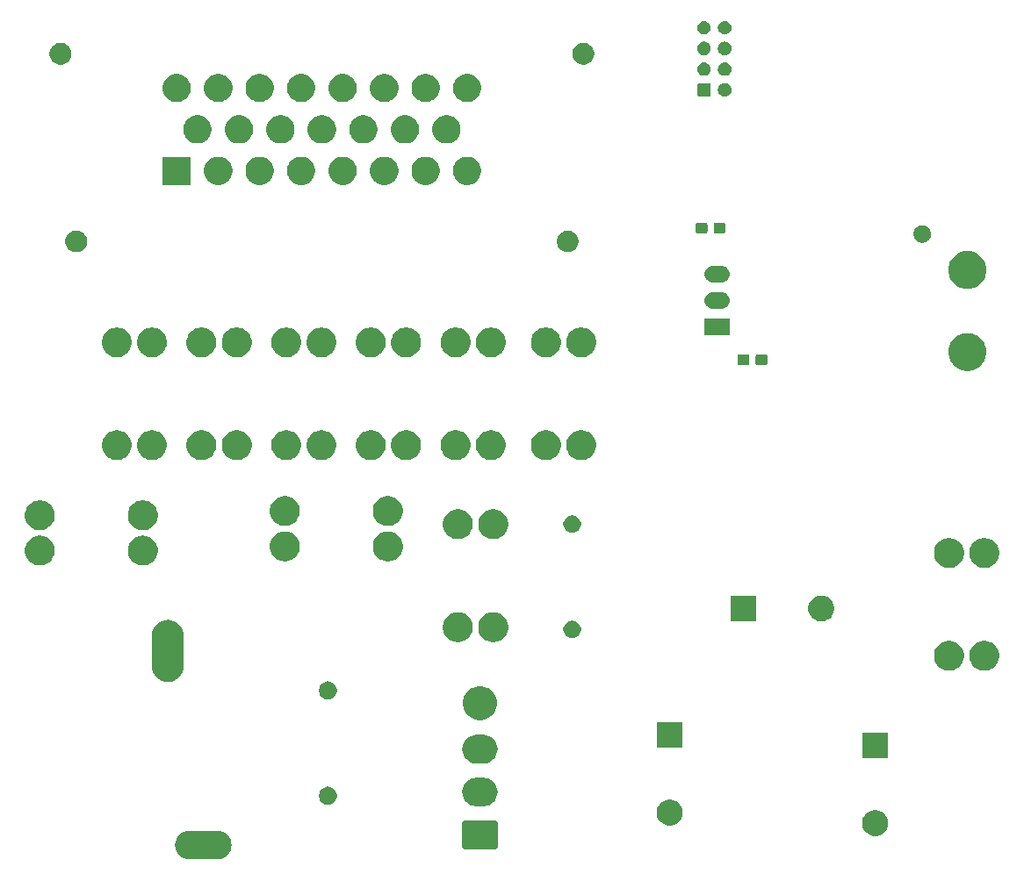
<source format=gbr>
G04 #@! TF.GenerationSoftware,KiCad,Pcbnew,5.1.5-52549c5~84~ubuntu18.04.1*
G04 #@! TF.CreationDate,2020-03-02T20:09:35-05:00*
G04 #@! TF.ProjectId,LV_Breakout,4c565f42-7265-4616-9b6f-75742e6b6963,rev?*
G04 #@! TF.SameCoordinates,Original*
G04 #@! TF.FileFunction,Soldermask,Bot*
G04 #@! TF.FilePolarity,Negative*
%FSLAX46Y46*%
G04 Gerber Fmt 4.6, Leading zero omitted, Abs format (unit mm)*
G04 Created by KiCad (PCBNEW 5.1.5-52549c5~84~ubuntu18.04.1) date 2020-03-02 20:09:35*
%MOMM*%
%LPD*%
G04 APERTURE LIST*
%ADD10C,0.100000*%
G04 APERTURE END LIST*
D10*
G36*
X129808831Y-108332369D02*
G01*
X129876703Y-108339054D01*
X130137966Y-108418307D01*
X130137968Y-108418308D01*
X130378745Y-108547006D01*
X130378747Y-108547007D01*
X130378746Y-108547007D01*
X130589792Y-108720208D01*
X130762993Y-108931254D01*
X130891693Y-109172034D01*
X130970946Y-109433297D01*
X130997706Y-109705000D01*
X130970946Y-109976703D01*
X130940215Y-110078011D01*
X130891692Y-110237968D01*
X130762994Y-110478745D01*
X130589792Y-110689792D01*
X130378745Y-110862994D01*
X130137968Y-110991692D01*
X130137966Y-110991693D01*
X129876703Y-111070946D01*
X129808831Y-111077631D01*
X129673090Y-111091000D01*
X126866910Y-111091000D01*
X126731169Y-111077631D01*
X126663297Y-111070946D01*
X126402034Y-110991693D01*
X126402032Y-110991692D01*
X126161255Y-110862994D01*
X125950208Y-110689792D01*
X125777006Y-110478745D01*
X125648308Y-110237968D01*
X125599786Y-110078011D01*
X125569054Y-109976703D01*
X125542294Y-109705000D01*
X125569054Y-109433297D01*
X125648307Y-109172034D01*
X125777007Y-108931254D01*
X125950208Y-108720208D01*
X126161254Y-108547007D01*
X126161253Y-108547007D01*
X126161255Y-108547006D01*
X126402032Y-108418308D01*
X126402034Y-108418307D01*
X126663297Y-108339054D01*
X126731169Y-108332369D01*
X126866910Y-108319000D01*
X129673090Y-108319000D01*
X129808831Y-108332369D01*
G37*
G36*
X156513436Y-107344635D02*
G01*
X156543027Y-107353611D01*
X156570296Y-107368187D01*
X156594198Y-107387802D01*
X156613813Y-107411704D01*
X156628389Y-107438973D01*
X156637365Y-107468564D01*
X156641000Y-107505474D01*
X156641000Y-109918526D01*
X156637365Y-109955436D01*
X156628389Y-109985027D01*
X156613813Y-110012296D01*
X156594198Y-110036198D01*
X156570296Y-110055813D01*
X156543027Y-110070389D01*
X156513436Y-110079365D01*
X156476526Y-110083000D01*
X153403474Y-110083000D01*
X153366564Y-110079365D01*
X153336973Y-110070389D01*
X153309704Y-110055813D01*
X153285802Y-110036198D01*
X153266187Y-110012296D01*
X153251611Y-109985027D01*
X153242635Y-109955436D01*
X153239000Y-109918526D01*
X153239000Y-107505474D01*
X153242635Y-107468564D01*
X153251611Y-107438973D01*
X153266187Y-107411704D01*
X153285802Y-107387802D01*
X153309704Y-107368187D01*
X153336973Y-107353611D01*
X153366564Y-107344635D01*
X153403474Y-107341000D01*
X156476526Y-107341000D01*
X156513436Y-107344635D01*
G37*
G36*
X193404903Y-106373075D02*
G01*
X193558716Y-106436786D01*
X193632571Y-106467378D01*
X193837466Y-106604285D01*
X194011715Y-106778534D01*
X194148622Y-106983429D01*
X194242925Y-107211097D01*
X194291000Y-107452787D01*
X194291000Y-107699213D01*
X194242925Y-107940903D01*
X194148622Y-108168571D01*
X194011715Y-108373466D01*
X193837466Y-108547715D01*
X193632571Y-108684622D01*
X193632570Y-108684623D01*
X193632569Y-108684623D01*
X193404903Y-108778925D01*
X193163214Y-108827000D01*
X192916786Y-108827000D01*
X192675097Y-108778925D01*
X192447431Y-108684623D01*
X192447430Y-108684623D01*
X192447429Y-108684622D01*
X192242534Y-108547715D01*
X192068285Y-108373466D01*
X191931378Y-108168571D01*
X191837075Y-107940903D01*
X191789000Y-107699213D01*
X191789000Y-107452787D01*
X191837075Y-107211097D01*
X191931378Y-106983429D01*
X192068285Y-106778534D01*
X192242534Y-106604285D01*
X192447429Y-106467378D01*
X192521285Y-106436786D01*
X192675097Y-106373075D01*
X192916786Y-106325000D01*
X193163214Y-106325000D01*
X193404903Y-106373075D01*
G37*
G36*
X173493849Y-105337372D02*
G01*
X173592903Y-105357075D01*
X173820571Y-105451378D01*
X174025466Y-105588285D01*
X174199715Y-105762534D01*
X174336622Y-105967429D01*
X174430925Y-106195097D01*
X174479000Y-106436787D01*
X174479000Y-106683213D01*
X174430925Y-106924903D01*
X174336622Y-107152571D01*
X174199715Y-107357466D01*
X174025466Y-107531715D01*
X173820571Y-107668622D01*
X173820570Y-107668623D01*
X173820569Y-107668623D01*
X173592903Y-107762925D01*
X173351214Y-107811000D01*
X173104786Y-107811000D01*
X172863097Y-107762925D01*
X172635431Y-107668623D01*
X172635430Y-107668623D01*
X172635429Y-107668622D01*
X172430534Y-107531715D01*
X172256285Y-107357466D01*
X172119378Y-107152571D01*
X172025075Y-106924903D01*
X171977000Y-106683213D01*
X171977000Y-106436787D01*
X172025075Y-106195097D01*
X172119378Y-105967429D01*
X172256285Y-105762534D01*
X172430534Y-105588285D01*
X172635429Y-105451378D01*
X172863097Y-105357075D01*
X172962151Y-105337372D01*
X173104786Y-105309000D01*
X173351214Y-105309000D01*
X173493849Y-105337372D01*
G37*
G36*
X155538761Y-103220837D02*
G01*
X155797200Y-103299234D01*
X156035372Y-103426539D01*
X156244134Y-103597866D01*
X156415461Y-103806628D01*
X156542766Y-104044800D01*
X156621163Y-104303239D01*
X156647633Y-104572000D01*
X156621163Y-104840761D01*
X156542766Y-105099200D01*
X156415461Y-105337372D01*
X156244134Y-105546134D01*
X156035372Y-105717461D01*
X155797200Y-105844766D01*
X155538761Y-105923163D01*
X155337349Y-105943000D01*
X154542651Y-105943000D01*
X154341239Y-105923163D01*
X154082800Y-105844766D01*
X153844628Y-105717461D01*
X153635866Y-105546134D01*
X153464539Y-105337372D01*
X153337234Y-105099200D01*
X153258837Y-104840761D01*
X153232367Y-104572000D01*
X153258837Y-104303239D01*
X153337234Y-104044800D01*
X153464539Y-103806628D01*
X153635866Y-103597866D01*
X153844628Y-103426539D01*
X154082800Y-103299234D01*
X154341239Y-103220837D01*
X154542651Y-103201000D01*
X155337349Y-103201000D01*
X155538761Y-103220837D01*
G37*
G36*
X140449436Y-104073188D02*
G01*
X140533332Y-104089876D01*
X140691390Y-104155346D01*
X140833634Y-104250390D01*
X140954610Y-104371366D01*
X141049654Y-104513610D01*
X141115124Y-104671669D01*
X141148500Y-104839459D01*
X141148500Y-105010541D01*
X141115124Y-105178331D01*
X141049654Y-105336390D01*
X140954610Y-105478634D01*
X140833634Y-105599610D01*
X140691390Y-105694654D01*
X140636331Y-105717460D01*
X140533332Y-105760124D01*
X140449436Y-105776812D01*
X140365541Y-105793500D01*
X140194459Y-105793500D01*
X140110564Y-105776812D01*
X140026668Y-105760124D01*
X139923669Y-105717460D01*
X139868610Y-105694654D01*
X139726366Y-105599610D01*
X139605390Y-105478634D01*
X139510346Y-105336390D01*
X139444876Y-105178331D01*
X139411500Y-105010541D01*
X139411500Y-104839459D01*
X139444876Y-104671669D01*
X139510346Y-104513610D01*
X139605390Y-104371366D01*
X139726366Y-104250390D01*
X139868610Y-104155346D01*
X140026668Y-104089876D01*
X140110564Y-104073188D01*
X140194459Y-104056500D01*
X140365541Y-104056500D01*
X140449436Y-104073188D01*
G37*
G36*
X155538761Y-99080837D02*
G01*
X155797200Y-99159234D01*
X156035372Y-99286539D01*
X156244134Y-99457866D01*
X156415461Y-99666628D01*
X156542766Y-99904800D01*
X156621163Y-100163239D01*
X156647633Y-100432000D01*
X156621163Y-100700761D01*
X156542766Y-100959200D01*
X156415461Y-101197372D01*
X156244134Y-101406134D01*
X156035372Y-101577461D01*
X155797200Y-101704766D01*
X155538761Y-101783163D01*
X155337349Y-101803000D01*
X154542651Y-101803000D01*
X154341239Y-101783163D01*
X154082800Y-101704766D01*
X153844628Y-101577461D01*
X153635866Y-101406134D01*
X153464539Y-101197372D01*
X153337234Y-100959200D01*
X153258837Y-100700761D01*
X153232367Y-100432000D01*
X153258837Y-100163239D01*
X153337234Y-99904800D01*
X153464539Y-99666628D01*
X153635866Y-99457866D01*
X153844628Y-99286539D01*
X154082800Y-99159234D01*
X154341239Y-99080837D01*
X154542651Y-99061000D01*
X155337349Y-99061000D01*
X155538761Y-99080837D01*
G37*
G36*
X194291000Y-101327000D02*
G01*
X191789000Y-101327000D01*
X191789000Y-98825000D01*
X194291000Y-98825000D01*
X194291000Y-101327000D01*
G37*
G36*
X174479000Y-100311000D02*
G01*
X171977000Y-100311000D01*
X171977000Y-97809000D01*
X174479000Y-97809000D01*
X174479000Y-100311000D01*
G37*
G36*
X155418661Y-94414062D02*
G01*
X155654304Y-94511669D01*
X155717305Y-94537765D01*
X155986076Y-94717352D01*
X156214648Y-94945924D01*
X156368640Y-95176389D01*
X156394236Y-95214697D01*
X156517938Y-95513339D01*
X156581000Y-95830374D01*
X156581000Y-96153626D01*
X156517938Y-96470661D01*
X156394236Y-96769303D01*
X156394235Y-96769305D01*
X156214648Y-97038076D01*
X155986076Y-97266648D01*
X155717305Y-97446235D01*
X155717304Y-97446236D01*
X155717303Y-97446236D01*
X155418661Y-97569938D01*
X155101626Y-97633000D01*
X154778374Y-97633000D01*
X154461339Y-97569938D01*
X154162697Y-97446236D01*
X154162696Y-97446236D01*
X154162695Y-97446235D01*
X153893924Y-97266648D01*
X153665352Y-97038076D01*
X153485765Y-96769305D01*
X153485764Y-96769303D01*
X153362062Y-96470661D01*
X153299000Y-96153626D01*
X153299000Y-95830374D01*
X153362062Y-95513339D01*
X153485764Y-95214697D01*
X153511361Y-95176389D01*
X153665352Y-94945924D01*
X153893924Y-94717352D01*
X154162695Y-94537765D01*
X154225696Y-94511669D01*
X154461339Y-94414062D01*
X154778374Y-94351000D01*
X155101626Y-94351000D01*
X155418661Y-94414062D01*
G37*
G36*
X140449436Y-93913188D02*
G01*
X140533332Y-93929876D01*
X140612360Y-93962611D01*
X140691390Y-93995346D01*
X140833634Y-94090390D01*
X140954610Y-94211366D01*
X141049654Y-94353610D01*
X141115124Y-94511669D01*
X141148500Y-94679459D01*
X141148500Y-94850541D01*
X141115124Y-95018331D01*
X141049654Y-95176390D01*
X140954610Y-95318634D01*
X140833634Y-95439610D01*
X140691390Y-95534654D01*
X140612360Y-95567389D01*
X140533332Y-95600124D01*
X140449436Y-95616812D01*
X140365541Y-95633500D01*
X140194459Y-95633500D01*
X140110564Y-95616812D01*
X140026668Y-95600124D01*
X139947640Y-95567389D01*
X139868610Y-95534654D01*
X139726366Y-95439610D01*
X139605390Y-95318634D01*
X139510346Y-95176390D01*
X139444876Y-95018331D01*
X139411500Y-94850541D01*
X139411500Y-94679459D01*
X139444876Y-94511669D01*
X139510346Y-94353610D01*
X139605390Y-94211366D01*
X139726366Y-94090390D01*
X139868610Y-93995346D01*
X140026668Y-93929876D01*
X140110564Y-93913188D01*
X140194459Y-93896500D01*
X140365541Y-93896500D01*
X140449436Y-93913188D01*
G37*
G36*
X125136697Y-88000899D02*
G01*
X125421993Y-88087443D01*
X125684923Y-88227982D01*
X125915384Y-88417116D01*
X126104518Y-88647576D01*
X126245057Y-88910506D01*
X126331601Y-89195802D01*
X126353500Y-89418148D01*
X126353500Y-92491852D01*
X126331601Y-92714198D01*
X126245057Y-92999494D01*
X126104518Y-93262424D01*
X125915384Y-93492884D01*
X125684924Y-93682018D01*
X125421994Y-93822557D01*
X125136698Y-93909101D01*
X124840000Y-93938323D01*
X124543303Y-93909101D01*
X124258007Y-93822557D01*
X123995077Y-93682018D01*
X123764617Y-93492884D01*
X123575483Y-93262424D01*
X123434944Y-92999494D01*
X123348400Y-92714198D01*
X123326501Y-92491852D01*
X123326500Y-89418149D01*
X123348399Y-89195803D01*
X123434943Y-88910507D01*
X123575482Y-88647577D01*
X123764616Y-88417116D01*
X123995076Y-88227982D01*
X124258006Y-88087443D01*
X124543302Y-88000899D01*
X124840000Y-87971677D01*
X125136697Y-88000899D01*
G37*
G36*
X203833125Y-90026689D02*
G01*
X203972324Y-90054377D01*
X204080949Y-90099371D01*
X204234568Y-90163002D01*
X204470583Y-90320702D01*
X204671298Y-90521417D01*
X204828998Y-90757432D01*
X204937623Y-91019677D01*
X204993000Y-91298073D01*
X204993000Y-91581927D01*
X204937623Y-91860323D01*
X204828998Y-92122568D01*
X204671298Y-92358583D01*
X204470583Y-92559298D01*
X204234568Y-92716998D01*
X204080949Y-92780629D01*
X203972324Y-92825623D01*
X203833125Y-92853311D01*
X203693927Y-92881000D01*
X203410073Y-92881000D01*
X203270875Y-92853311D01*
X203131676Y-92825623D01*
X203023051Y-92780629D01*
X202869432Y-92716998D01*
X202633417Y-92559298D01*
X202432702Y-92358583D01*
X202275002Y-92122568D01*
X202166377Y-91860323D01*
X202111000Y-91581927D01*
X202111000Y-91298073D01*
X202166377Y-91019677D01*
X202275002Y-90757432D01*
X202432702Y-90521417D01*
X202633417Y-90320702D01*
X202869432Y-90163002D01*
X203023051Y-90099371D01*
X203131676Y-90054377D01*
X203270875Y-90026689D01*
X203410073Y-89999000D01*
X203693927Y-89999000D01*
X203833125Y-90026689D01*
G37*
G36*
X200433125Y-90026689D02*
G01*
X200572324Y-90054377D01*
X200680949Y-90099371D01*
X200834568Y-90163002D01*
X201070583Y-90320702D01*
X201271298Y-90521417D01*
X201428998Y-90757432D01*
X201537623Y-91019677D01*
X201593000Y-91298073D01*
X201593000Y-91581927D01*
X201537623Y-91860323D01*
X201428998Y-92122568D01*
X201271298Y-92358583D01*
X201070583Y-92559298D01*
X200834568Y-92716998D01*
X200680949Y-92780629D01*
X200572324Y-92825623D01*
X200433125Y-92853311D01*
X200293927Y-92881000D01*
X200010073Y-92881000D01*
X199870875Y-92853311D01*
X199731676Y-92825623D01*
X199623051Y-92780629D01*
X199469432Y-92716998D01*
X199233417Y-92559298D01*
X199032702Y-92358583D01*
X198875002Y-92122568D01*
X198766377Y-91860323D01*
X198711000Y-91581927D01*
X198711000Y-91298073D01*
X198766377Y-91019677D01*
X198875002Y-90757432D01*
X199032702Y-90521417D01*
X199233417Y-90320702D01*
X199469432Y-90163002D01*
X199623051Y-90099371D01*
X199731676Y-90054377D01*
X199870875Y-90026689D01*
X200010073Y-89999000D01*
X200293927Y-89999000D01*
X200433125Y-90026689D01*
G37*
G36*
X156421821Y-87232903D02*
G01*
X156630324Y-87274377D01*
X156738949Y-87319371D01*
X156892568Y-87383002D01*
X157128583Y-87540702D01*
X157329298Y-87741417D01*
X157486998Y-87977432D01*
X157516642Y-88049000D01*
X157595623Y-88239676D01*
X157619064Y-88357520D01*
X157651000Y-88518073D01*
X157651000Y-88801927D01*
X157595623Y-89080323D01*
X157486998Y-89342568D01*
X157329298Y-89578583D01*
X157128583Y-89779298D01*
X156892568Y-89936998D01*
X156742881Y-89999000D01*
X156630324Y-90045623D01*
X156491125Y-90073312D01*
X156351927Y-90101000D01*
X156068073Y-90101000D01*
X155928875Y-90073312D01*
X155789676Y-90045623D01*
X155677119Y-89999000D01*
X155527432Y-89936998D01*
X155291417Y-89779298D01*
X155090702Y-89578583D01*
X154933002Y-89342568D01*
X154824377Y-89080323D01*
X154769000Y-88801927D01*
X154769000Y-88518073D01*
X154800936Y-88357520D01*
X154824377Y-88239676D01*
X154903358Y-88049000D01*
X154933002Y-87977432D01*
X155090702Y-87741417D01*
X155291417Y-87540702D01*
X155527432Y-87383002D01*
X155681051Y-87319371D01*
X155789676Y-87274377D01*
X155998179Y-87232903D01*
X156068073Y-87219000D01*
X156351927Y-87219000D01*
X156421821Y-87232903D01*
G37*
G36*
X153021821Y-87232903D02*
G01*
X153230324Y-87274377D01*
X153338949Y-87319371D01*
X153492568Y-87383002D01*
X153728583Y-87540702D01*
X153929298Y-87741417D01*
X154086998Y-87977432D01*
X154116642Y-88049000D01*
X154195623Y-88239676D01*
X154219064Y-88357520D01*
X154251000Y-88518073D01*
X154251000Y-88801927D01*
X154195623Y-89080323D01*
X154086998Y-89342568D01*
X153929298Y-89578583D01*
X153728583Y-89779298D01*
X153492568Y-89936998D01*
X153342881Y-89999000D01*
X153230324Y-90045623D01*
X153091125Y-90073312D01*
X152951927Y-90101000D01*
X152668073Y-90101000D01*
X152528875Y-90073312D01*
X152389676Y-90045623D01*
X152277119Y-89999000D01*
X152127432Y-89936998D01*
X151891417Y-89779298D01*
X151690702Y-89578583D01*
X151533002Y-89342568D01*
X151424377Y-89080323D01*
X151369000Y-88801927D01*
X151369000Y-88518073D01*
X151400936Y-88357520D01*
X151424377Y-88239676D01*
X151503358Y-88049000D01*
X151533002Y-87977432D01*
X151690702Y-87741417D01*
X151891417Y-87540702D01*
X152127432Y-87383002D01*
X152281051Y-87319371D01*
X152389676Y-87274377D01*
X152598179Y-87232903D01*
X152668073Y-87219000D01*
X152951927Y-87219000D01*
X153021821Y-87232903D01*
G37*
G36*
X164078228Y-88081703D02*
G01*
X164233100Y-88145853D01*
X164372481Y-88238985D01*
X164491015Y-88357519D01*
X164584147Y-88496900D01*
X164648297Y-88651772D01*
X164681000Y-88816184D01*
X164681000Y-88983816D01*
X164648297Y-89148228D01*
X164584147Y-89303100D01*
X164491015Y-89442481D01*
X164372481Y-89561015D01*
X164233100Y-89654147D01*
X164078228Y-89718297D01*
X163913816Y-89751000D01*
X163746184Y-89751000D01*
X163581772Y-89718297D01*
X163426900Y-89654147D01*
X163287519Y-89561015D01*
X163168985Y-89442481D01*
X163075853Y-89303100D01*
X163011703Y-89148228D01*
X162979000Y-88983816D01*
X162979000Y-88816184D01*
X163011703Y-88651772D01*
X163075853Y-88496900D01*
X163168985Y-88357519D01*
X163287519Y-88238985D01*
X163426900Y-88145853D01*
X163581772Y-88081703D01*
X163746184Y-88049000D01*
X163913816Y-88049000D01*
X164078228Y-88081703D01*
G37*
G36*
X188204903Y-85665075D02*
G01*
X188432571Y-85759378D01*
X188637466Y-85896285D01*
X188811715Y-86070534D01*
X188948622Y-86275429D01*
X189042925Y-86503097D01*
X189091000Y-86744787D01*
X189091000Y-86991213D01*
X189042925Y-87232903D01*
X188948622Y-87460571D01*
X188811715Y-87665466D01*
X188637466Y-87839715D01*
X188432571Y-87976622D01*
X188432570Y-87976623D01*
X188432569Y-87976623D01*
X188204903Y-88070925D01*
X187963214Y-88119000D01*
X187716786Y-88119000D01*
X187475097Y-88070925D01*
X187247431Y-87976623D01*
X187247430Y-87976623D01*
X187247429Y-87976622D01*
X187042534Y-87839715D01*
X186868285Y-87665466D01*
X186731378Y-87460571D01*
X186637075Y-87232903D01*
X186589000Y-86991213D01*
X186589000Y-86744787D01*
X186637075Y-86503097D01*
X186731378Y-86275429D01*
X186868285Y-86070534D01*
X187042534Y-85896285D01*
X187247429Y-85759378D01*
X187475097Y-85665075D01*
X187716786Y-85617000D01*
X187963214Y-85617000D01*
X188204903Y-85665075D01*
G37*
G36*
X181591000Y-88119000D02*
G01*
X179089000Y-88119000D01*
X179089000Y-85617000D01*
X181591000Y-85617000D01*
X181591000Y-88119000D01*
G37*
G36*
X200433125Y-80106689D02*
G01*
X200572324Y-80134377D01*
X200635880Y-80160703D01*
X200834568Y-80243002D01*
X201070583Y-80400702D01*
X201271298Y-80601417D01*
X201428998Y-80837432D01*
X201438212Y-80859677D01*
X201537623Y-81099676D01*
X201593000Y-81378074D01*
X201593000Y-81661926D01*
X201537623Y-81940324D01*
X201517337Y-81989298D01*
X201428998Y-82202568D01*
X201271298Y-82438583D01*
X201070583Y-82639298D01*
X200834568Y-82796998D01*
X200680949Y-82860629D01*
X200572324Y-82905623D01*
X200433125Y-82933312D01*
X200293927Y-82961000D01*
X200010073Y-82961000D01*
X199870875Y-82933311D01*
X199731676Y-82905623D01*
X199623051Y-82860629D01*
X199469432Y-82796998D01*
X199233417Y-82639298D01*
X199032702Y-82438583D01*
X198875002Y-82202568D01*
X198786663Y-81989298D01*
X198766377Y-81940324D01*
X198711000Y-81661926D01*
X198711000Y-81378074D01*
X198766377Y-81099676D01*
X198865788Y-80859677D01*
X198875002Y-80837432D01*
X199032702Y-80601417D01*
X199233417Y-80400702D01*
X199469432Y-80243002D01*
X199668120Y-80160703D01*
X199731676Y-80134377D01*
X199870875Y-80106689D01*
X200010073Y-80079000D01*
X200293927Y-80079000D01*
X200433125Y-80106689D01*
G37*
G36*
X203833125Y-80106689D02*
G01*
X203972324Y-80134377D01*
X204035880Y-80160703D01*
X204234568Y-80243002D01*
X204470583Y-80400702D01*
X204671298Y-80601417D01*
X204828998Y-80837432D01*
X204838212Y-80859677D01*
X204937623Y-81099676D01*
X204993000Y-81378074D01*
X204993000Y-81661926D01*
X204937623Y-81940324D01*
X204917337Y-81989298D01*
X204828998Y-82202568D01*
X204671298Y-82438583D01*
X204470583Y-82639298D01*
X204234568Y-82796998D01*
X204080949Y-82860629D01*
X203972324Y-82905623D01*
X203833125Y-82933312D01*
X203693927Y-82961000D01*
X203410073Y-82961000D01*
X203270875Y-82933311D01*
X203131676Y-82905623D01*
X203023051Y-82860629D01*
X202869432Y-82796998D01*
X202633417Y-82639298D01*
X202432702Y-82438583D01*
X202275002Y-82202568D01*
X202186663Y-81989298D01*
X202166377Y-81940324D01*
X202111000Y-81661926D01*
X202111000Y-81378074D01*
X202166377Y-81099676D01*
X202265788Y-80859677D01*
X202275002Y-80837432D01*
X202432702Y-80601417D01*
X202633417Y-80400702D01*
X202869432Y-80243002D01*
X203068120Y-80160703D01*
X203131676Y-80134377D01*
X203270875Y-80106689D01*
X203410073Y-80079000D01*
X203693927Y-80079000D01*
X203833125Y-80106689D01*
G37*
G36*
X112751966Y-79859297D02*
G01*
X112928324Y-79894377D01*
X113036949Y-79939371D01*
X113190568Y-80003002D01*
X113426583Y-80160702D01*
X113627298Y-80361417D01*
X113784998Y-80597432D01*
X113839111Y-80728073D01*
X113884409Y-80837431D01*
X113893623Y-80859677D01*
X113949000Y-81138073D01*
X113949000Y-81421927D01*
X113893623Y-81700323D01*
X113784998Y-81962568D01*
X113627298Y-82198583D01*
X113426583Y-82399298D01*
X113190568Y-82556998D01*
X113036949Y-82620629D01*
X112928324Y-82665623D01*
X112789125Y-82693311D01*
X112649927Y-82721000D01*
X112366073Y-82721000D01*
X112226875Y-82693311D01*
X112087676Y-82665623D01*
X111979051Y-82620629D01*
X111825432Y-82556998D01*
X111589417Y-82399298D01*
X111388702Y-82198583D01*
X111231002Y-81962568D01*
X111122377Y-81700323D01*
X111067000Y-81421927D01*
X111067000Y-81138073D01*
X111122377Y-80859677D01*
X111131592Y-80837431D01*
X111176889Y-80728073D01*
X111231002Y-80597432D01*
X111388702Y-80361417D01*
X111589417Y-80160702D01*
X111825432Y-80003002D01*
X111979051Y-79939371D01*
X112087676Y-79894377D01*
X112264034Y-79859297D01*
X112366073Y-79839000D01*
X112649927Y-79839000D01*
X112751966Y-79859297D01*
G37*
G36*
X122671966Y-79859297D02*
G01*
X122848324Y-79894377D01*
X122956949Y-79939371D01*
X123110568Y-80003002D01*
X123346583Y-80160702D01*
X123547298Y-80361417D01*
X123704998Y-80597432D01*
X123759111Y-80728073D01*
X123804409Y-80837431D01*
X123813623Y-80859677D01*
X123869000Y-81138073D01*
X123869000Y-81421927D01*
X123813623Y-81700323D01*
X123704998Y-81962568D01*
X123547298Y-82198583D01*
X123346583Y-82399298D01*
X123110568Y-82556998D01*
X122956949Y-82620629D01*
X122848324Y-82665623D01*
X122709125Y-82693311D01*
X122569927Y-82721000D01*
X122286073Y-82721000D01*
X122146875Y-82693311D01*
X122007676Y-82665623D01*
X121899051Y-82620629D01*
X121745432Y-82556998D01*
X121509417Y-82399298D01*
X121308702Y-82198583D01*
X121151002Y-81962568D01*
X121042377Y-81700323D01*
X120987000Y-81421927D01*
X120987000Y-81138073D01*
X121042377Y-80859677D01*
X121051592Y-80837431D01*
X121096889Y-80728073D01*
X121151002Y-80597432D01*
X121308702Y-80361417D01*
X121509417Y-80160702D01*
X121745432Y-80003002D01*
X121899051Y-79939371D01*
X122007676Y-79894377D01*
X122184034Y-79859297D01*
X122286073Y-79839000D01*
X122569927Y-79839000D01*
X122671966Y-79859297D01*
G37*
G36*
X146331125Y-79456689D02*
G01*
X146470324Y-79484377D01*
X146578949Y-79529371D01*
X146732568Y-79593002D01*
X146968583Y-79750702D01*
X147169298Y-79951417D01*
X147326998Y-80187432D01*
X147350016Y-80243003D01*
X147435623Y-80449676D01*
X147491000Y-80728074D01*
X147491000Y-81011926D01*
X147435623Y-81290324D01*
X147390629Y-81398949D01*
X147326998Y-81552568D01*
X147169298Y-81788583D01*
X146968583Y-81989298D01*
X146732568Y-82146998D01*
X146598407Y-82202569D01*
X146470324Y-82255623D01*
X146331125Y-82283312D01*
X146191927Y-82311000D01*
X145908073Y-82311000D01*
X145768875Y-82283312D01*
X145629676Y-82255623D01*
X145501593Y-82202569D01*
X145367432Y-82146998D01*
X145131417Y-81989298D01*
X144930702Y-81788583D01*
X144773002Y-81552568D01*
X144709371Y-81398949D01*
X144664377Y-81290324D01*
X144609000Y-81011926D01*
X144609000Y-80728074D01*
X144664377Y-80449676D01*
X144749984Y-80243003D01*
X144773002Y-80187432D01*
X144930702Y-79951417D01*
X145131417Y-79750702D01*
X145367432Y-79593002D01*
X145521051Y-79529371D01*
X145629676Y-79484377D01*
X145768875Y-79456688D01*
X145908073Y-79429000D01*
X146191927Y-79429000D01*
X146331125Y-79456689D01*
G37*
G36*
X136411125Y-79456689D02*
G01*
X136550324Y-79484377D01*
X136658949Y-79529371D01*
X136812568Y-79593002D01*
X137048583Y-79750702D01*
X137249298Y-79951417D01*
X137406998Y-80187432D01*
X137430016Y-80243003D01*
X137515623Y-80449676D01*
X137571000Y-80728074D01*
X137571000Y-81011926D01*
X137515623Y-81290324D01*
X137470629Y-81398949D01*
X137406998Y-81552568D01*
X137249298Y-81788583D01*
X137048583Y-81989298D01*
X136812568Y-82146998D01*
X136678407Y-82202569D01*
X136550324Y-82255623D01*
X136411125Y-82283312D01*
X136271927Y-82311000D01*
X135988073Y-82311000D01*
X135848875Y-82283312D01*
X135709676Y-82255623D01*
X135581593Y-82202569D01*
X135447432Y-82146998D01*
X135211417Y-81989298D01*
X135010702Y-81788583D01*
X134853002Y-81552568D01*
X134789371Y-81398949D01*
X134744377Y-81290324D01*
X134689000Y-81011926D01*
X134689000Y-80728074D01*
X134744377Y-80449676D01*
X134829984Y-80243003D01*
X134853002Y-80187432D01*
X135010702Y-79951417D01*
X135211417Y-79750702D01*
X135447432Y-79593002D01*
X135601051Y-79529371D01*
X135709676Y-79484377D01*
X135848875Y-79456689D01*
X135988073Y-79429000D01*
X136271927Y-79429000D01*
X136411125Y-79456689D01*
G37*
G36*
X156491125Y-77326688D02*
G01*
X156630324Y-77354377D01*
X156738949Y-77399371D01*
X156892568Y-77463002D01*
X157128583Y-77620702D01*
X157329298Y-77821417D01*
X157486998Y-78057432D01*
X157526404Y-78152568D01*
X157595623Y-78319676D01*
X157609330Y-78388584D01*
X157649255Y-78589298D01*
X157651000Y-78598074D01*
X157651000Y-78881926D01*
X157596285Y-79156998D01*
X157595623Y-79160323D01*
X157486998Y-79422568D01*
X157329298Y-79658583D01*
X157128583Y-79859298D01*
X156892568Y-80016998D01*
X156742881Y-80079000D01*
X156630324Y-80125623D01*
X156491125Y-80153312D01*
X156351927Y-80181000D01*
X156068073Y-80181000D01*
X155928875Y-80153312D01*
X155789676Y-80125623D01*
X155677119Y-80079000D01*
X155527432Y-80016998D01*
X155291417Y-79859298D01*
X155090702Y-79658583D01*
X154933002Y-79422568D01*
X154824377Y-79160323D01*
X154823716Y-79156998D01*
X154769000Y-78881926D01*
X154769000Y-78598074D01*
X154770746Y-78589298D01*
X154810670Y-78388584D01*
X154824377Y-78319676D01*
X154893596Y-78152568D01*
X154933002Y-78057432D01*
X155090702Y-77821417D01*
X155291417Y-77620702D01*
X155527432Y-77463002D01*
X155681051Y-77399371D01*
X155789676Y-77354377D01*
X155928875Y-77326688D01*
X156068073Y-77299000D01*
X156351927Y-77299000D01*
X156491125Y-77326688D01*
G37*
G36*
X153091125Y-77326688D02*
G01*
X153230324Y-77354377D01*
X153338949Y-77399371D01*
X153492568Y-77463002D01*
X153728583Y-77620702D01*
X153929298Y-77821417D01*
X154086998Y-78057432D01*
X154126404Y-78152568D01*
X154195623Y-78319676D01*
X154209330Y-78388584D01*
X154249255Y-78589298D01*
X154251000Y-78598074D01*
X154251000Y-78881926D01*
X154196285Y-79156998D01*
X154195623Y-79160323D01*
X154086998Y-79422568D01*
X153929298Y-79658583D01*
X153728583Y-79859298D01*
X153492568Y-80016998D01*
X153342881Y-80079000D01*
X153230324Y-80125623D01*
X153091125Y-80153312D01*
X152951927Y-80181000D01*
X152668073Y-80181000D01*
X152528875Y-80153312D01*
X152389676Y-80125623D01*
X152277119Y-80079000D01*
X152127432Y-80016998D01*
X151891417Y-79859298D01*
X151690702Y-79658583D01*
X151533002Y-79422568D01*
X151424377Y-79160323D01*
X151423716Y-79156998D01*
X151369000Y-78881926D01*
X151369000Y-78598074D01*
X151370746Y-78589298D01*
X151410670Y-78388584D01*
X151424377Y-78319676D01*
X151493596Y-78152568D01*
X151533002Y-78057432D01*
X151690702Y-77821417D01*
X151891417Y-77620702D01*
X152127432Y-77463002D01*
X152281051Y-77399371D01*
X152389676Y-77354377D01*
X152528875Y-77326688D01*
X152668073Y-77299000D01*
X152951927Y-77299000D01*
X153091125Y-77326688D01*
G37*
G36*
X164078228Y-77921703D02*
G01*
X164233100Y-77985853D01*
X164372481Y-78078985D01*
X164491015Y-78197519D01*
X164584147Y-78336900D01*
X164648297Y-78491772D01*
X164681000Y-78656184D01*
X164681000Y-78823816D01*
X164648297Y-78988228D01*
X164584147Y-79143100D01*
X164491015Y-79282481D01*
X164372481Y-79401015D01*
X164233100Y-79494147D01*
X164078228Y-79558297D01*
X163913816Y-79591000D01*
X163746184Y-79591000D01*
X163581772Y-79558297D01*
X163426900Y-79494147D01*
X163287519Y-79401015D01*
X163168985Y-79282481D01*
X163075853Y-79143100D01*
X163011703Y-78988228D01*
X162979000Y-78823816D01*
X162979000Y-78656184D01*
X163011703Y-78491772D01*
X163075853Y-78336900D01*
X163168985Y-78197519D01*
X163287519Y-78078985D01*
X163426900Y-77985853D01*
X163581772Y-77921703D01*
X163746184Y-77889000D01*
X163913816Y-77889000D01*
X164078228Y-77921703D01*
G37*
G36*
X122709125Y-76466689D02*
G01*
X122848324Y-76494377D01*
X122956949Y-76539371D01*
X123110568Y-76603002D01*
X123346583Y-76760702D01*
X123547298Y-76961417D01*
X123704998Y-77197432D01*
X123759111Y-77328073D01*
X123813623Y-77459676D01*
X123814285Y-77463003D01*
X123869000Y-77738073D01*
X123869000Y-78021927D01*
X123857650Y-78078985D01*
X123813623Y-78300324D01*
X123798471Y-78336903D01*
X123704998Y-78562568D01*
X123547298Y-78798583D01*
X123346583Y-78999298D01*
X123110568Y-79156998D01*
X122956949Y-79220629D01*
X122848324Y-79265623D01*
X122763578Y-79282480D01*
X122569927Y-79321000D01*
X122286073Y-79321000D01*
X122092422Y-79282480D01*
X122007676Y-79265623D01*
X121899051Y-79220629D01*
X121745432Y-79156998D01*
X121509417Y-78999298D01*
X121308702Y-78798583D01*
X121151002Y-78562568D01*
X121057529Y-78336903D01*
X121042377Y-78300324D01*
X120998350Y-78078985D01*
X120987000Y-78021927D01*
X120987000Y-77738073D01*
X121041715Y-77463003D01*
X121042377Y-77459676D01*
X121096889Y-77328073D01*
X121151002Y-77197432D01*
X121308702Y-76961417D01*
X121509417Y-76760702D01*
X121745432Y-76603002D01*
X121899051Y-76539371D01*
X122007676Y-76494377D01*
X122146875Y-76466689D01*
X122286073Y-76439000D01*
X122569927Y-76439000D01*
X122709125Y-76466689D01*
G37*
G36*
X112789125Y-76466689D02*
G01*
X112928324Y-76494377D01*
X113036949Y-76539371D01*
X113190568Y-76603002D01*
X113426583Y-76760702D01*
X113627298Y-76961417D01*
X113784998Y-77197432D01*
X113839111Y-77328073D01*
X113893623Y-77459676D01*
X113894285Y-77463003D01*
X113949000Y-77738073D01*
X113949000Y-78021927D01*
X113937650Y-78078985D01*
X113893623Y-78300324D01*
X113878471Y-78336903D01*
X113784998Y-78562568D01*
X113627298Y-78798583D01*
X113426583Y-78999298D01*
X113190568Y-79156998D01*
X113036949Y-79220629D01*
X112928324Y-79265623D01*
X112843578Y-79282480D01*
X112649927Y-79321000D01*
X112366073Y-79321000D01*
X112172422Y-79282480D01*
X112087676Y-79265623D01*
X111979051Y-79220629D01*
X111825432Y-79156998D01*
X111589417Y-78999298D01*
X111388702Y-78798583D01*
X111231002Y-78562568D01*
X111137529Y-78336903D01*
X111122377Y-78300324D01*
X111078350Y-78078985D01*
X111067000Y-78021927D01*
X111067000Y-77738073D01*
X111121715Y-77463003D01*
X111122377Y-77459676D01*
X111176889Y-77328073D01*
X111231002Y-77197432D01*
X111388702Y-76961417D01*
X111589417Y-76760702D01*
X111825432Y-76603002D01*
X111979051Y-76539371D01*
X112087676Y-76494377D01*
X112226875Y-76466689D01*
X112366073Y-76439000D01*
X112649927Y-76439000D01*
X112789125Y-76466689D01*
G37*
G36*
X146331125Y-76056688D02*
G01*
X146470324Y-76084377D01*
X146578949Y-76129371D01*
X146732568Y-76193002D01*
X146968583Y-76350702D01*
X147169298Y-76551417D01*
X147326998Y-76787432D01*
X147435623Y-77049677D01*
X147491000Y-77328073D01*
X147491000Y-77611927D01*
X147489254Y-77620703D01*
X147449330Y-77821417D01*
X147435623Y-77890323D01*
X147326998Y-78152568D01*
X147169298Y-78388583D01*
X146968583Y-78589298D01*
X146732568Y-78746998D01*
X146608030Y-78798583D01*
X146470324Y-78855623D01*
X146338090Y-78881926D01*
X146191927Y-78911000D01*
X145908073Y-78911000D01*
X145761910Y-78881926D01*
X145629676Y-78855623D01*
X145491970Y-78798583D01*
X145367432Y-78746998D01*
X145131417Y-78589298D01*
X144930702Y-78388583D01*
X144773002Y-78152568D01*
X144664377Y-77890323D01*
X144650671Y-77821417D01*
X144610746Y-77620703D01*
X144609000Y-77611927D01*
X144609000Y-77328073D01*
X144664377Y-77049677D01*
X144773002Y-76787432D01*
X144930702Y-76551417D01*
X145131417Y-76350702D01*
X145367432Y-76193002D01*
X145521051Y-76129371D01*
X145629676Y-76084377D01*
X145768875Y-76056688D01*
X145908073Y-76029000D01*
X146191927Y-76029000D01*
X146331125Y-76056688D01*
G37*
G36*
X136411125Y-76056688D02*
G01*
X136550324Y-76084377D01*
X136658949Y-76129371D01*
X136812568Y-76193002D01*
X137048583Y-76350702D01*
X137249298Y-76551417D01*
X137406998Y-76787432D01*
X137515623Y-77049677D01*
X137571000Y-77328073D01*
X137571000Y-77611927D01*
X137569254Y-77620703D01*
X137529330Y-77821417D01*
X137515623Y-77890323D01*
X137406998Y-78152568D01*
X137249298Y-78388583D01*
X137048583Y-78589298D01*
X136812568Y-78746998D01*
X136688030Y-78798583D01*
X136550324Y-78855623D01*
X136418090Y-78881926D01*
X136271927Y-78911000D01*
X135988073Y-78911000D01*
X135841910Y-78881926D01*
X135709676Y-78855623D01*
X135571970Y-78798583D01*
X135447432Y-78746998D01*
X135211417Y-78589298D01*
X135010702Y-78388583D01*
X134853002Y-78152568D01*
X134744377Y-77890323D01*
X134730671Y-77821417D01*
X134690746Y-77620703D01*
X134689000Y-77611927D01*
X134689000Y-77328073D01*
X134744377Y-77049677D01*
X134853002Y-76787432D01*
X135010702Y-76551417D01*
X135211417Y-76350702D01*
X135447432Y-76193002D01*
X135601051Y-76129371D01*
X135709676Y-76084377D01*
X135848875Y-76056688D01*
X135988073Y-76029000D01*
X136271927Y-76029000D01*
X136411125Y-76056688D01*
G37*
G36*
X128369695Y-69706689D02*
G01*
X128508894Y-69734377D01*
X128617519Y-69779371D01*
X128771138Y-69843002D01*
X129007153Y-70000702D01*
X129207868Y-70201417D01*
X129365568Y-70437432D01*
X129474193Y-70699677D01*
X129529570Y-70978073D01*
X129529570Y-71261927D01*
X129474193Y-71540323D01*
X129365568Y-71802568D01*
X129207868Y-72038583D01*
X129007153Y-72239298D01*
X128771138Y-72396998D01*
X128617519Y-72460629D01*
X128508894Y-72505623D01*
X128369695Y-72533312D01*
X128230497Y-72561000D01*
X127946643Y-72561000D01*
X127807445Y-72533312D01*
X127668246Y-72505623D01*
X127559621Y-72460629D01*
X127406002Y-72396998D01*
X127169987Y-72239298D01*
X126969272Y-72038583D01*
X126811572Y-71802568D01*
X126702947Y-71540323D01*
X126647570Y-71261927D01*
X126647570Y-70978073D01*
X126702947Y-70699677D01*
X126811572Y-70437432D01*
X126969272Y-70201417D01*
X127169987Y-70000702D01*
X127406002Y-69843002D01*
X127559621Y-69779371D01*
X127668246Y-69734377D01*
X127807445Y-69706689D01*
X127946643Y-69679000D01*
X128230497Y-69679000D01*
X128369695Y-69706689D01*
G37*
G36*
X156262550Y-69706689D02*
G01*
X156401749Y-69734377D01*
X156510374Y-69779371D01*
X156663993Y-69843002D01*
X156900008Y-70000702D01*
X157100723Y-70201417D01*
X157258423Y-70437432D01*
X157367048Y-70699677D01*
X157422425Y-70978073D01*
X157422425Y-71261927D01*
X157367048Y-71540323D01*
X157258423Y-71802568D01*
X157100723Y-72038583D01*
X156900008Y-72239298D01*
X156663993Y-72396998D01*
X156510374Y-72460629D01*
X156401749Y-72505623D01*
X156262550Y-72533312D01*
X156123352Y-72561000D01*
X155839498Y-72561000D01*
X155700300Y-72533312D01*
X155561101Y-72505623D01*
X155452476Y-72460629D01*
X155298857Y-72396998D01*
X155062842Y-72239298D01*
X154862127Y-72038583D01*
X154704427Y-71802568D01*
X154595802Y-71540323D01*
X154540425Y-71261927D01*
X154540425Y-70978073D01*
X154595802Y-70699677D01*
X154704427Y-70437432D01*
X154862127Y-70201417D01*
X155062842Y-70000702D01*
X155298857Y-69843002D01*
X155452476Y-69779371D01*
X155561101Y-69734377D01*
X155700300Y-69706689D01*
X155839498Y-69679000D01*
X156123352Y-69679000D01*
X156262550Y-69706689D01*
G37*
G36*
X152862550Y-69706689D02*
G01*
X153001749Y-69734377D01*
X153110374Y-69779371D01*
X153263993Y-69843002D01*
X153500008Y-70000702D01*
X153700723Y-70201417D01*
X153858423Y-70437432D01*
X153967048Y-70699677D01*
X154022425Y-70978073D01*
X154022425Y-71261927D01*
X153967048Y-71540323D01*
X153858423Y-71802568D01*
X153700723Y-72038583D01*
X153500008Y-72239298D01*
X153263993Y-72396998D01*
X153110374Y-72460629D01*
X153001749Y-72505623D01*
X152862550Y-72533312D01*
X152723352Y-72561000D01*
X152439498Y-72561000D01*
X152300300Y-72533312D01*
X152161101Y-72505623D01*
X152052476Y-72460629D01*
X151898857Y-72396998D01*
X151662842Y-72239298D01*
X151462127Y-72038583D01*
X151304427Y-71802568D01*
X151195802Y-71540323D01*
X151140425Y-71261927D01*
X151140425Y-70978073D01*
X151195802Y-70699677D01*
X151304427Y-70437432D01*
X151462127Y-70201417D01*
X151662842Y-70000702D01*
X151898857Y-69843002D01*
X152052476Y-69779371D01*
X152161101Y-69734377D01*
X152300300Y-69706689D01*
X152439498Y-69679000D01*
X152723352Y-69679000D01*
X152862550Y-69706689D01*
G37*
G36*
X139933980Y-69706689D02*
G01*
X140073179Y-69734377D01*
X140181804Y-69779371D01*
X140335423Y-69843002D01*
X140571438Y-70000702D01*
X140772153Y-70201417D01*
X140929853Y-70437432D01*
X141038478Y-70699677D01*
X141093855Y-70978073D01*
X141093855Y-71261927D01*
X141038478Y-71540323D01*
X140929853Y-71802568D01*
X140772153Y-72038583D01*
X140571438Y-72239298D01*
X140335423Y-72396998D01*
X140181804Y-72460629D01*
X140073179Y-72505623D01*
X139933980Y-72533312D01*
X139794782Y-72561000D01*
X139510928Y-72561000D01*
X139371730Y-72533312D01*
X139232531Y-72505623D01*
X139123906Y-72460629D01*
X138970287Y-72396998D01*
X138734272Y-72239298D01*
X138533557Y-72038583D01*
X138375857Y-71802568D01*
X138267232Y-71540323D01*
X138211855Y-71261927D01*
X138211855Y-70978073D01*
X138267232Y-70699677D01*
X138375857Y-70437432D01*
X138533557Y-70201417D01*
X138734272Y-70000702D01*
X138970287Y-69843002D01*
X139123906Y-69779371D01*
X139232531Y-69734377D01*
X139371730Y-69706689D01*
X139510928Y-69679000D01*
X139794782Y-69679000D01*
X139933980Y-69706689D01*
G37*
G36*
X131769695Y-69706689D02*
G01*
X131908894Y-69734377D01*
X132017519Y-69779371D01*
X132171138Y-69843002D01*
X132407153Y-70000702D01*
X132607868Y-70201417D01*
X132765568Y-70437432D01*
X132874193Y-70699677D01*
X132929570Y-70978073D01*
X132929570Y-71261927D01*
X132874193Y-71540323D01*
X132765568Y-71802568D01*
X132607868Y-72038583D01*
X132407153Y-72239298D01*
X132171138Y-72396998D01*
X132017519Y-72460629D01*
X131908894Y-72505623D01*
X131769695Y-72533312D01*
X131630497Y-72561000D01*
X131346643Y-72561000D01*
X131207445Y-72533312D01*
X131068246Y-72505623D01*
X130959621Y-72460629D01*
X130806002Y-72396998D01*
X130569987Y-72239298D01*
X130369272Y-72038583D01*
X130211572Y-71802568D01*
X130102947Y-71540323D01*
X130047570Y-71261927D01*
X130047570Y-70978073D01*
X130102947Y-70699677D01*
X130211572Y-70437432D01*
X130369272Y-70201417D01*
X130569987Y-70000702D01*
X130806002Y-69843002D01*
X130959621Y-69779371D01*
X131068246Y-69734377D01*
X131207445Y-69706689D01*
X131346643Y-69679000D01*
X131630497Y-69679000D01*
X131769695Y-69706689D01*
G37*
G36*
X136533980Y-69706689D02*
G01*
X136673179Y-69734377D01*
X136781804Y-69779371D01*
X136935423Y-69843002D01*
X137171438Y-70000702D01*
X137372153Y-70201417D01*
X137529853Y-70437432D01*
X137638478Y-70699677D01*
X137693855Y-70978073D01*
X137693855Y-71261927D01*
X137638478Y-71540323D01*
X137529853Y-71802568D01*
X137372153Y-72038583D01*
X137171438Y-72239298D01*
X136935423Y-72396998D01*
X136781804Y-72460629D01*
X136673179Y-72505623D01*
X136533980Y-72533312D01*
X136394782Y-72561000D01*
X136110928Y-72561000D01*
X135971730Y-72533312D01*
X135832531Y-72505623D01*
X135723906Y-72460629D01*
X135570287Y-72396998D01*
X135334272Y-72239298D01*
X135133557Y-72038583D01*
X134975857Y-71802568D01*
X134867232Y-71540323D01*
X134811855Y-71261927D01*
X134811855Y-70978073D01*
X134867232Y-70699677D01*
X134975857Y-70437432D01*
X135133557Y-70201417D01*
X135334272Y-70000702D01*
X135570287Y-69843002D01*
X135723906Y-69779371D01*
X135832531Y-69734377D01*
X135971730Y-69706689D01*
X136110928Y-69679000D01*
X136394782Y-69679000D01*
X136533980Y-69706689D01*
G37*
G36*
X120205410Y-69706689D02*
G01*
X120344609Y-69734377D01*
X120453234Y-69779371D01*
X120606853Y-69843002D01*
X120842868Y-70000702D01*
X121043583Y-70201417D01*
X121201283Y-70437432D01*
X121309908Y-70699677D01*
X121365285Y-70978073D01*
X121365285Y-71261927D01*
X121309908Y-71540323D01*
X121201283Y-71802568D01*
X121043583Y-72038583D01*
X120842868Y-72239298D01*
X120606853Y-72396998D01*
X120453234Y-72460629D01*
X120344609Y-72505623D01*
X120205410Y-72533312D01*
X120066212Y-72561000D01*
X119782358Y-72561000D01*
X119643160Y-72533312D01*
X119503961Y-72505623D01*
X119395336Y-72460629D01*
X119241717Y-72396998D01*
X119005702Y-72239298D01*
X118804987Y-72038583D01*
X118647287Y-71802568D01*
X118538662Y-71540323D01*
X118483285Y-71261927D01*
X118483285Y-70978073D01*
X118538662Y-70699677D01*
X118647287Y-70437432D01*
X118804987Y-70201417D01*
X119005702Y-70000702D01*
X119241717Y-69843002D01*
X119395336Y-69779371D01*
X119503961Y-69734377D01*
X119643160Y-69706689D01*
X119782358Y-69679000D01*
X120066212Y-69679000D01*
X120205410Y-69706689D01*
G37*
G36*
X161571125Y-69706689D02*
G01*
X161710324Y-69734377D01*
X161818949Y-69779371D01*
X161972568Y-69843002D01*
X162208583Y-70000702D01*
X162409298Y-70201417D01*
X162566998Y-70437432D01*
X162675623Y-70699677D01*
X162731000Y-70978073D01*
X162731000Y-71261927D01*
X162675623Y-71540323D01*
X162566998Y-71802568D01*
X162409298Y-72038583D01*
X162208583Y-72239298D01*
X161972568Y-72396998D01*
X161818949Y-72460629D01*
X161710324Y-72505623D01*
X161571125Y-72533312D01*
X161431927Y-72561000D01*
X161148073Y-72561000D01*
X161008875Y-72533312D01*
X160869676Y-72505623D01*
X160761051Y-72460629D01*
X160607432Y-72396998D01*
X160371417Y-72239298D01*
X160170702Y-72038583D01*
X160013002Y-71802568D01*
X159904377Y-71540323D01*
X159849000Y-71261927D01*
X159849000Y-70978073D01*
X159904377Y-70699677D01*
X160013002Y-70437432D01*
X160170702Y-70201417D01*
X160371417Y-70000702D01*
X160607432Y-69843002D01*
X160761051Y-69779371D01*
X160869676Y-69734377D01*
X161008875Y-69706689D01*
X161148073Y-69679000D01*
X161431927Y-69679000D01*
X161571125Y-69706689D01*
G37*
G36*
X144698265Y-69706689D02*
G01*
X144837464Y-69734377D01*
X144946089Y-69779371D01*
X145099708Y-69843002D01*
X145335723Y-70000702D01*
X145536438Y-70201417D01*
X145694138Y-70437432D01*
X145802763Y-70699677D01*
X145858140Y-70978073D01*
X145858140Y-71261927D01*
X145802763Y-71540323D01*
X145694138Y-71802568D01*
X145536438Y-72038583D01*
X145335723Y-72239298D01*
X145099708Y-72396998D01*
X144946089Y-72460629D01*
X144837464Y-72505623D01*
X144698265Y-72533312D01*
X144559067Y-72561000D01*
X144275213Y-72561000D01*
X144136015Y-72533312D01*
X143996816Y-72505623D01*
X143888191Y-72460629D01*
X143734572Y-72396998D01*
X143498557Y-72239298D01*
X143297842Y-72038583D01*
X143140142Y-71802568D01*
X143031517Y-71540323D01*
X142976140Y-71261927D01*
X142976140Y-70978073D01*
X143031517Y-70699677D01*
X143140142Y-70437432D01*
X143297842Y-70201417D01*
X143498557Y-70000702D01*
X143734572Y-69843002D01*
X143888191Y-69779371D01*
X143996816Y-69734377D01*
X144136015Y-69706689D01*
X144275213Y-69679000D01*
X144559067Y-69679000D01*
X144698265Y-69706689D01*
G37*
G36*
X164971125Y-69706689D02*
G01*
X165110324Y-69734377D01*
X165218949Y-69779371D01*
X165372568Y-69843002D01*
X165608583Y-70000702D01*
X165809298Y-70201417D01*
X165966998Y-70437432D01*
X166075623Y-70699677D01*
X166131000Y-70978073D01*
X166131000Y-71261927D01*
X166075623Y-71540323D01*
X165966998Y-71802568D01*
X165809298Y-72038583D01*
X165608583Y-72239298D01*
X165372568Y-72396998D01*
X165218949Y-72460629D01*
X165110324Y-72505623D01*
X164971125Y-72533312D01*
X164831927Y-72561000D01*
X164548073Y-72561000D01*
X164408875Y-72533312D01*
X164269676Y-72505623D01*
X164161051Y-72460629D01*
X164007432Y-72396998D01*
X163771417Y-72239298D01*
X163570702Y-72038583D01*
X163413002Y-71802568D01*
X163304377Y-71540323D01*
X163249000Y-71261927D01*
X163249000Y-70978073D01*
X163304377Y-70699677D01*
X163413002Y-70437432D01*
X163570702Y-70201417D01*
X163771417Y-70000702D01*
X164007432Y-69843002D01*
X164161051Y-69779371D01*
X164269676Y-69734377D01*
X164408875Y-69706689D01*
X164548073Y-69679000D01*
X164831927Y-69679000D01*
X164971125Y-69706689D01*
G37*
G36*
X148098265Y-69706689D02*
G01*
X148237464Y-69734377D01*
X148346089Y-69779371D01*
X148499708Y-69843002D01*
X148735723Y-70000702D01*
X148936438Y-70201417D01*
X149094138Y-70437432D01*
X149202763Y-70699677D01*
X149258140Y-70978073D01*
X149258140Y-71261927D01*
X149202763Y-71540323D01*
X149094138Y-71802568D01*
X148936438Y-72038583D01*
X148735723Y-72239298D01*
X148499708Y-72396998D01*
X148346089Y-72460629D01*
X148237464Y-72505623D01*
X148098265Y-72533312D01*
X147959067Y-72561000D01*
X147675213Y-72561000D01*
X147536015Y-72533312D01*
X147396816Y-72505623D01*
X147288191Y-72460629D01*
X147134572Y-72396998D01*
X146898557Y-72239298D01*
X146697842Y-72038583D01*
X146540142Y-71802568D01*
X146431517Y-71540323D01*
X146376140Y-71261927D01*
X146376140Y-70978073D01*
X146431517Y-70699677D01*
X146540142Y-70437432D01*
X146697842Y-70201417D01*
X146898557Y-70000702D01*
X147134572Y-69843002D01*
X147288191Y-69779371D01*
X147396816Y-69734377D01*
X147536015Y-69706689D01*
X147675213Y-69679000D01*
X147959067Y-69679000D01*
X148098265Y-69706689D01*
G37*
G36*
X123605410Y-69706689D02*
G01*
X123744609Y-69734377D01*
X123853234Y-69779371D01*
X124006853Y-69843002D01*
X124242868Y-70000702D01*
X124443583Y-70201417D01*
X124601283Y-70437432D01*
X124709908Y-70699677D01*
X124765285Y-70978073D01*
X124765285Y-71261927D01*
X124709908Y-71540323D01*
X124601283Y-71802568D01*
X124443583Y-72038583D01*
X124242868Y-72239298D01*
X124006853Y-72396998D01*
X123853234Y-72460629D01*
X123744609Y-72505623D01*
X123605410Y-72533312D01*
X123466212Y-72561000D01*
X123182358Y-72561000D01*
X123043160Y-72533312D01*
X122903961Y-72505623D01*
X122795336Y-72460629D01*
X122641717Y-72396998D01*
X122405702Y-72239298D01*
X122204987Y-72038583D01*
X122047287Y-71802568D01*
X121938662Y-71540323D01*
X121883285Y-71261927D01*
X121883285Y-70978073D01*
X121938662Y-70699677D01*
X122047287Y-70437432D01*
X122204987Y-70201417D01*
X122405702Y-70000702D01*
X122641717Y-69843002D01*
X122795336Y-69779371D01*
X122903961Y-69734377D01*
X123043160Y-69706689D01*
X123182358Y-69679000D01*
X123466212Y-69679000D01*
X123605410Y-69706689D01*
G37*
G36*
X202286820Y-60332143D02*
G01*
X202463500Y-60367287D01*
X202601373Y-60424396D01*
X202796355Y-60505160D01*
X202814721Y-60517432D01*
X203095920Y-60705323D01*
X203350677Y-60960080D01*
X203350678Y-60960082D01*
X203550840Y-61259645D01*
X203584922Y-61341927D01*
X203688713Y-61592500D01*
X203723857Y-61769180D01*
X203759000Y-61945858D01*
X203759000Y-62306142D01*
X203688713Y-62659499D01*
X203550840Y-62992355D01*
X203550839Y-62992356D01*
X203350677Y-63291920D01*
X203095920Y-63546677D01*
X202945120Y-63647438D01*
X202796355Y-63746840D01*
X202601373Y-63827604D01*
X202463500Y-63884713D01*
X202286821Y-63919856D01*
X202110142Y-63955000D01*
X201749858Y-63955000D01*
X201573179Y-63919856D01*
X201396500Y-63884713D01*
X201258627Y-63827604D01*
X201063645Y-63746840D01*
X200914880Y-63647438D01*
X200764080Y-63546677D01*
X200509323Y-63291920D01*
X200309161Y-62992356D01*
X200309160Y-62992355D01*
X200171287Y-62659499D01*
X200101000Y-62306142D01*
X200101000Y-61945858D01*
X200136143Y-61769180D01*
X200171287Y-61592500D01*
X200275078Y-61341927D01*
X200309160Y-61259645D01*
X200509322Y-60960082D01*
X200509323Y-60960080D01*
X200764080Y-60705323D01*
X201045279Y-60517432D01*
X201063645Y-60505160D01*
X201258627Y-60424396D01*
X201396500Y-60367287D01*
X201573180Y-60332143D01*
X201749858Y-60297000D01*
X202110142Y-60297000D01*
X202286820Y-60332143D01*
G37*
G36*
X182504499Y-62343445D02*
G01*
X182541995Y-62354820D01*
X182576554Y-62373292D01*
X182606847Y-62398153D01*
X182631708Y-62428446D01*
X182650180Y-62463005D01*
X182661555Y-62500501D01*
X182666000Y-62545638D01*
X182666000Y-63184362D01*
X182661555Y-63229499D01*
X182650180Y-63266995D01*
X182631708Y-63301554D01*
X182606847Y-63331847D01*
X182576554Y-63356708D01*
X182541995Y-63375180D01*
X182504499Y-63386555D01*
X182459362Y-63391000D01*
X181720638Y-63391000D01*
X181675501Y-63386555D01*
X181638005Y-63375180D01*
X181603446Y-63356708D01*
X181573153Y-63331847D01*
X181548292Y-63301554D01*
X181529820Y-63266995D01*
X181518445Y-63229499D01*
X181514000Y-63184362D01*
X181514000Y-62545638D01*
X181518445Y-62500501D01*
X181529820Y-62463005D01*
X181548292Y-62428446D01*
X181573153Y-62398153D01*
X181603446Y-62373292D01*
X181638005Y-62354820D01*
X181675501Y-62343445D01*
X181720638Y-62339000D01*
X182459362Y-62339000D01*
X182504499Y-62343445D01*
G37*
G36*
X180754499Y-62343445D02*
G01*
X180791995Y-62354820D01*
X180826554Y-62373292D01*
X180856847Y-62398153D01*
X180881708Y-62428446D01*
X180900180Y-62463005D01*
X180911555Y-62500501D01*
X180916000Y-62545638D01*
X180916000Y-63184362D01*
X180911555Y-63229499D01*
X180900180Y-63266995D01*
X180881708Y-63301554D01*
X180856847Y-63331847D01*
X180826554Y-63356708D01*
X180791995Y-63375180D01*
X180754499Y-63386555D01*
X180709362Y-63391000D01*
X179970638Y-63391000D01*
X179925501Y-63386555D01*
X179888005Y-63375180D01*
X179853446Y-63356708D01*
X179823153Y-63331847D01*
X179798292Y-63301554D01*
X179779820Y-63266995D01*
X179768445Y-63229499D01*
X179764000Y-63184362D01*
X179764000Y-62545638D01*
X179768445Y-62500501D01*
X179779820Y-62463005D01*
X179798292Y-62428446D01*
X179823153Y-62398153D01*
X179853446Y-62373292D01*
X179888005Y-62354820D01*
X179925501Y-62343445D01*
X179970638Y-62339000D01*
X180709362Y-62339000D01*
X180754499Y-62343445D01*
G37*
G36*
X152862550Y-59786688D02*
G01*
X153001749Y-59814377D01*
X153110374Y-59859371D01*
X153263993Y-59923002D01*
X153500008Y-60080702D01*
X153700723Y-60281417D01*
X153858423Y-60517432D01*
X153922054Y-60671051D01*
X153967048Y-60779676D01*
X154022425Y-61058074D01*
X154022425Y-61341926D01*
X153972583Y-61592500D01*
X153967048Y-61620323D01*
X153858423Y-61882568D01*
X153700723Y-62118583D01*
X153500008Y-62319298D01*
X153263993Y-62476998D01*
X153110374Y-62540629D01*
X153001749Y-62585623D01*
X152862550Y-62613312D01*
X152723352Y-62641000D01*
X152439498Y-62641000D01*
X152300300Y-62613312D01*
X152161101Y-62585623D01*
X152052476Y-62540629D01*
X151898857Y-62476998D01*
X151662842Y-62319298D01*
X151462127Y-62118583D01*
X151304427Y-61882568D01*
X151195802Y-61620323D01*
X151190268Y-61592500D01*
X151140425Y-61341926D01*
X151140425Y-61058074D01*
X151195802Y-60779676D01*
X151240796Y-60671051D01*
X151304427Y-60517432D01*
X151462127Y-60281417D01*
X151662842Y-60080702D01*
X151898857Y-59923002D01*
X152052476Y-59859371D01*
X152161101Y-59814377D01*
X152300300Y-59786688D01*
X152439498Y-59759000D01*
X152723352Y-59759000D01*
X152862550Y-59786688D01*
G37*
G36*
X148098265Y-59786688D02*
G01*
X148237464Y-59814377D01*
X148346089Y-59859371D01*
X148499708Y-59923002D01*
X148735723Y-60080702D01*
X148936438Y-60281417D01*
X149094138Y-60517432D01*
X149157769Y-60671051D01*
X149202763Y-60779676D01*
X149258140Y-61058074D01*
X149258140Y-61341926D01*
X149208298Y-61592500D01*
X149202763Y-61620323D01*
X149094138Y-61882568D01*
X148936438Y-62118583D01*
X148735723Y-62319298D01*
X148499708Y-62476998D01*
X148346089Y-62540629D01*
X148237464Y-62585623D01*
X148098265Y-62613312D01*
X147959067Y-62641000D01*
X147675213Y-62641000D01*
X147536015Y-62613312D01*
X147396816Y-62585623D01*
X147288191Y-62540629D01*
X147134572Y-62476998D01*
X146898557Y-62319298D01*
X146697842Y-62118583D01*
X146540142Y-61882568D01*
X146431517Y-61620323D01*
X146425983Y-61592500D01*
X146376140Y-61341926D01*
X146376140Y-61058074D01*
X146431517Y-60779676D01*
X146476511Y-60671051D01*
X146540142Y-60517432D01*
X146697842Y-60281417D01*
X146898557Y-60080702D01*
X147134572Y-59923002D01*
X147288191Y-59859371D01*
X147396816Y-59814377D01*
X147536015Y-59786688D01*
X147675213Y-59759000D01*
X147959067Y-59759000D01*
X148098265Y-59786688D01*
G37*
G36*
X144698265Y-59786688D02*
G01*
X144837464Y-59814377D01*
X144946089Y-59859371D01*
X145099708Y-59923002D01*
X145335723Y-60080702D01*
X145536438Y-60281417D01*
X145694138Y-60517432D01*
X145757769Y-60671051D01*
X145802763Y-60779676D01*
X145858140Y-61058074D01*
X145858140Y-61341926D01*
X145808298Y-61592500D01*
X145802763Y-61620323D01*
X145694138Y-61882568D01*
X145536438Y-62118583D01*
X145335723Y-62319298D01*
X145099708Y-62476998D01*
X144946089Y-62540629D01*
X144837464Y-62585623D01*
X144698265Y-62613312D01*
X144559067Y-62641000D01*
X144275213Y-62641000D01*
X144136015Y-62613312D01*
X143996816Y-62585623D01*
X143888191Y-62540629D01*
X143734572Y-62476998D01*
X143498557Y-62319298D01*
X143297842Y-62118583D01*
X143140142Y-61882568D01*
X143031517Y-61620323D01*
X143025983Y-61592500D01*
X142976140Y-61341926D01*
X142976140Y-61058074D01*
X143031517Y-60779676D01*
X143076511Y-60671051D01*
X143140142Y-60517432D01*
X143297842Y-60281417D01*
X143498557Y-60080702D01*
X143734572Y-59923002D01*
X143888191Y-59859371D01*
X143996816Y-59814377D01*
X144136015Y-59786688D01*
X144275213Y-59759000D01*
X144559067Y-59759000D01*
X144698265Y-59786688D01*
G37*
G36*
X136533980Y-59786688D02*
G01*
X136673179Y-59814377D01*
X136781804Y-59859371D01*
X136935423Y-59923002D01*
X137171438Y-60080702D01*
X137372153Y-60281417D01*
X137529853Y-60517432D01*
X137593484Y-60671051D01*
X137638478Y-60779676D01*
X137693855Y-61058074D01*
X137693855Y-61341926D01*
X137644013Y-61592500D01*
X137638478Y-61620323D01*
X137529853Y-61882568D01*
X137372153Y-62118583D01*
X137171438Y-62319298D01*
X136935423Y-62476998D01*
X136781804Y-62540629D01*
X136673179Y-62585623D01*
X136533980Y-62613312D01*
X136394782Y-62641000D01*
X136110928Y-62641000D01*
X135971730Y-62613312D01*
X135832531Y-62585623D01*
X135723906Y-62540629D01*
X135570287Y-62476998D01*
X135334272Y-62319298D01*
X135133557Y-62118583D01*
X134975857Y-61882568D01*
X134867232Y-61620323D01*
X134861698Y-61592500D01*
X134811855Y-61341926D01*
X134811855Y-61058074D01*
X134867232Y-60779676D01*
X134912226Y-60671051D01*
X134975857Y-60517432D01*
X135133557Y-60281417D01*
X135334272Y-60080702D01*
X135570287Y-59923002D01*
X135723906Y-59859371D01*
X135832531Y-59814377D01*
X135971730Y-59786688D01*
X136110928Y-59759000D01*
X136394782Y-59759000D01*
X136533980Y-59786688D01*
G37*
G36*
X139933980Y-59786688D02*
G01*
X140073179Y-59814377D01*
X140181804Y-59859371D01*
X140335423Y-59923002D01*
X140571438Y-60080702D01*
X140772153Y-60281417D01*
X140929853Y-60517432D01*
X140993484Y-60671051D01*
X141038478Y-60779676D01*
X141093855Y-61058074D01*
X141093855Y-61341926D01*
X141044013Y-61592500D01*
X141038478Y-61620323D01*
X140929853Y-61882568D01*
X140772153Y-62118583D01*
X140571438Y-62319298D01*
X140335423Y-62476998D01*
X140181804Y-62540629D01*
X140073179Y-62585623D01*
X139933980Y-62613312D01*
X139794782Y-62641000D01*
X139510928Y-62641000D01*
X139371730Y-62613312D01*
X139232531Y-62585623D01*
X139123906Y-62540629D01*
X138970287Y-62476998D01*
X138734272Y-62319298D01*
X138533557Y-62118583D01*
X138375857Y-61882568D01*
X138267232Y-61620323D01*
X138261698Y-61592500D01*
X138211855Y-61341926D01*
X138211855Y-61058074D01*
X138267232Y-60779676D01*
X138312226Y-60671051D01*
X138375857Y-60517432D01*
X138533557Y-60281417D01*
X138734272Y-60080702D01*
X138970287Y-59923002D01*
X139123906Y-59859371D01*
X139232531Y-59814377D01*
X139371730Y-59786688D01*
X139510928Y-59759000D01*
X139794782Y-59759000D01*
X139933980Y-59786688D01*
G37*
G36*
X161571125Y-59786688D02*
G01*
X161710324Y-59814377D01*
X161818949Y-59859371D01*
X161972568Y-59923002D01*
X162208583Y-60080702D01*
X162409298Y-60281417D01*
X162566998Y-60517432D01*
X162630629Y-60671051D01*
X162675623Y-60779676D01*
X162731000Y-61058074D01*
X162731000Y-61341926D01*
X162681158Y-61592500D01*
X162675623Y-61620323D01*
X162566998Y-61882568D01*
X162409298Y-62118583D01*
X162208583Y-62319298D01*
X161972568Y-62476998D01*
X161818949Y-62540629D01*
X161710324Y-62585623D01*
X161571125Y-62613312D01*
X161431927Y-62641000D01*
X161148073Y-62641000D01*
X161008875Y-62613312D01*
X160869676Y-62585623D01*
X160761051Y-62540629D01*
X160607432Y-62476998D01*
X160371417Y-62319298D01*
X160170702Y-62118583D01*
X160013002Y-61882568D01*
X159904377Y-61620323D01*
X159898843Y-61592500D01*
X159849000Y-61341926D01*
X159849000Y-61058074D01*
X159904377Y-60779676D01*
X159949371Y-60671051D01*
X160013002Y-60517432D01*
X160170702Y-60281417D01*
X160371417Y-60080702D01*
X160607432Y-59923002D01*
X160761051Y-59859371D01*
X160869676Y-59814377D01*
X161008875Y-59786688D01*
X161148073Y-59759000D01*
X161431927Y-59759000D01*
X161571125Y-59786688D01*
G37*
G36*
X131769695Y-59786688D02*
G01*
X131908894Y-59814377D01*
X132017519Y-59859371D01*
X132171138Y-59923002D01*
X132407153Y-60080702D01*
X132607868Y-60281417D01*
X132765568Y-60517432D01*
X132829199Y-60671051D01*
X132874193Y-60779676D01*
X132929570Y-61058074D01*
X132929570Y-61341926D01*
X132879728Y-61592500D01*
X132874193Y-61620323D01*
X132765568Y-61882568D01*
X132607868Y-62118583D01*
X132407153Y-62319298D01*
X132171138Y-62476998D01*
X132017519Y-62540629D01*
X131908894Y-62585623D01*
X131769695Y-62613312D01*
X131630497Y-62641000D01*
X131346643Y-62641000D01*
X131207445Y-62613312D01*
X131068246Y-62585623D01*
X130959621Y-62540629D01*
X130806002Y-62476998D01*
X130569987Y-62319298D01*
X130369272Y-62118583D01*
X130211572Y-61882568D01*
X130102947Y-61620323D01*
X130097413Y-61592500D01*
X130047570Y-61341926D01*
X130047570Y-61058074D01*
X130102947Y-60779676D01*
X130147941Y-60671051D01*
X130211572Y-60517432D01*
X130369272Y-60281417D01*
X130569987Y-60080702D01*
X130806002Y-59923002D01*
X130959621Y-59859371D01*
X131068246Y-59814377D01*
X131207445Y-59786688D01*
X131346643Y-59759000D01*
X131630497Y-59759000D01*
X131769695Y-59786688D01*
G37*
G36*
X156262550Y-59786688D02*
G01*
X156401749Y-59814377D01*
X156510374Y-59859371D01*
X156663993Y-59923002D01*
X156900008Y-60080702D01*
X157100723Y-60281417D01*
X157258423Y-60517432D01*
X157322054Y-60671051D01*
X157367048Y-60779676D01*
X157422425Y-61058074D01*
X157422425Y-61341926D01*
X157372583Y-61592500D01*
X157367048Y-61620323D01*
X157258423Y-61882568D01*
X157100723Y-62118583D01*
X156900008Y-62319298D01*
X156663993Y-62476998D01*
X156510374Y-62540629D01*
X156401749Y-62585623D01*
X156262550Y-62613312D01*
X156123352Y-62641000D01*
X155839498Y-62641000D01*
X155700300Y-62613312D01*
X155561101Y-62585623D01*
X155452476Y-62540629D01*
X155298857Y-62476998D01*
X155062842Y-62319298D01*
X154862127Y-62118583D01*
X154704427Y-61882568D01*
X154595802Y-61620323D01*
X154590268Y-61592500D01*
X154540425Y-61341926D01*
X154540425Y-61058074D01*
X154595802Y-60779676D01*
X154640796Y-60671051D01*
X154704427Y-60517432D01*
X154862127Y-60281417D01*
X155062842Y-60080702D01*
X155298857Y-59923002D01*
X155452476Y-59859371D01*
X155561101Y-59814377D01*
X155700300Y-59786688D01*
X155839498Y-59759000D01*
X156123352Y-59759000D01*
X156262550Y-59786688D01*
G37*
G36*
X123605410Y-59786688D02*
G01*
X123744609Y-59814377D01*
X123853234Y-59859371D01*
X124006853Y-59923002D01*
X124242868Y-60080702D01*
X124443583Y-60281417D01*
X124601283Y-60517432D01*
X124664914Y-60671051D01*
X124709908Y-60779676D01*
X124765285Y-61058074D01*
X124765285Y-61341926D01*
X124715443Y-61592500D01*
X124709908Y-61620323D01*
X124601283Y-61882568D01*
X124443583Y-62118583D01*
X124242868Y-62319298D01*
X124006853Y-62476998D01*
X123853234Y-62540629D01*
X123744609Y-62585623D01*
X123605410Y-62613312D01*
X123466212Y-62641000D01*
X123182358Y-62641000D01*
X123043160Y-62613312D01*
X122903961Y-62585623D01*
X122795336Y-62540629D01*
X122641717Y-62476998D01*
X122405702Y-62319298D01*
X122204987Y-62118583D01*
X122047287Y-61882568D01*
X121938662Y-61620323D01*
X121933128Y-61592500D01*
X121883285Y-61341926D01*
X121883285Y-61058074D01*
X121938662Y-60779676D01*
X121983656Y-60671051D01*
X122047287Y-60517432D01*
X122204987Y-60281417D01*
X122405702Y-60080702D01*
X122641717Y-59923002D01*
X122795336Y-59859371D01*
X122903961Y-59814377D01*
X123043160Y-59786688D01*
X123182358Y-59759000D01*
X123466212Y-59759000D01*
X123605410Y-59786688D01*
G37*
G36*
X120205410Y-59786688D02*
G01*
X120344609Y-59814377D01*
X120453234Y-59859371D01*
X120606853Y-59923002D01*
X120842868Y-60080702D01*
X121043583Y-60281417D01*
X121201283Y-60517432D01*
X121264914Y-60671051D01*
X121309908Y-60779676D01*
X121365285Y-61058074D01*
X121365285Y-61341926D01*
X121315443Y-61592500D01*
X121309908Y-61620323D01*
X121201283Y-61882568D01*
X121043583Y-62118583D01*
X120842868Y-62319298D01*
X120606853Y-62476998D01*
X120453234Y-62540629D01*
X120344609Y-62585623D01*
X120205410Y-62613312D01*
X120066212Y-62641000D01*
X119782358Y-62641000D01*
X119643160Y-62613312D01*
X119503961Y-62585623D01*
X119395336Y-62540629D01*
X119241717Y-62476998D01*
X119005702Y-62319298D01*
X118804987Y-62118583D01*
X118647287Y-61882568D01*
X118538662Y-61620323D01*
X118533128Y-61592500D01*
X118483285Y-61341926D01*
X118483285Y-61058074D01*
X118538662Y-60779676D01*
X118583656Y-60671051D01*
X118647287Y-60517432D01*
X118804987Y-60281417D01*
X119005702Y-60080702D01*
X119241717Y-59923002D01*
X119395336Y-59859371D01*
X119503961Y-59814377D01*
X119643160Y-59786688D01*
X119782358Y-59759000D01*
X120066212Y-59759000D01*
X120205410Y-59786688D01*
G37*
G36*
X128369695Y-59786688D02*
G01*
X128508894Y-59814377D01*
X128617519Y-59859371D01*
X128771138Y-59923002D01*
X129007153Y-60080702D01*
X129207868Y-60281417D01*
X129365568Y-60517432D01*
X129429199Y-60671051D01*
X129474193Y-60779676D01*
X129529570Y-61058074D01*
X129529570Y-61341926D01*
X129479728Y-61592500D01*
X129474193Y-61620323D01*
X129365568Y-61882568D01*
X129207868Y-62118583D01*
X129007153Y-62319298D01*
X128771138Y-62476998D01*
X128617519Y-62540629D01*
X128508894Y-62585623D01*
X128369695Y-62613312D01*
X128230497Y-62641000D01*
X127946643Y-62641000D01*
X127807445Y-62613312D01*
X127668246Y-62585623D01*
X127559621Y-62540629D01*
X127406002Y-62476998D01*
X127169987Y-62319298D01*
X126969272Y-62118583D01*
X126811572Y-61882568D01*
X126702947Y-61620323D01*
X126697413Y-61592500D01*
X126647570Y-61341926D01*
X126647570Y-61058074D01*
X126702947Y-60779676D01*
X126747941Y-60671051D01*
X126811572Y-60517432D01*
X126969272Y-60281417D01*
X127169987Y-60080702D01*
X127406002Y-59923002D01*
X127559621Y-59859371D01*
X127668246Y-59814377D01*
X127807445Y-59786688D01*
X127946643Y-59759000D01*
X128230497Y-59759000D01*
X128369695Y-59786688D01*
G37*
G36*
X164971125Y-59786688D02*
G01*
X165110324Y-59814377D01*
X165218949Y-59859371D01*
X165372568Y-59923002D01*
X165608583Y-60080702D01*
X165809298Y-60281417D01*
X165966998Y-60517432D01*
X166030629Y-60671051D01*
X166075623Y-60779676D01*
X166131000Y-61058074D01*
X166131000Y-61341926D01*
X166081158Y-61592500D01*
X166075623Y-61620323D01*
X165966998Y-61882568D01*
X165809298Y-62118583D01*
X165608583Y-62319298D01*
X165372568Y-62476998D01*
X165218949Y-62540629D01*
X165110324Y-62585623D01*
X164971125Y-62613312D01*
X164831927Y-62641000D01*
X164548073Y-62641000D01*
X164408875Y-62613312D01*
X164269676Y-62585623D01*
X164161051Y-62540629D01*
X164007432Y-62476998D01*
X163771417Y-62319298D01*
X163570702Y-62118583D01*
X163413002Y-61882568D01*
X163304377Y-61620323D01*
X163298843Y-61592500D01*
X163249000Y-61341926D01*
X163249000Y-61058074D01*
X163304377Y-60779676D01*
X163349371Y-60671051D01*
X163413002Y-60517432D01*
X163570702Y-60281417D01*
X163771417Y-60080702D01*
X164007432Y-59923002D01*
X164161051Y-59859371D01*
X164269676Y-59814377D01*
X164408875Y-59786688D01*
X164548073Y-59759000D01*
X164831927Y-59759000D01*
X164971125Y-59786688D01*
G37*
G36*
X179001000Y-60491000D02*
G01*
X176599000Y-60491000D01*
X176599000Y-58889000D01*
X179001000Y-58889000D01*
X179001000Y-60491000D01*
G37*
G36*
X178278571Y-56352863D02*
G01*
X178357023Y-56360590D01*
X178457682Y-56391125D01*
X178508013Y-56406392D01*
X178647165Y-56480771D01*
X178769133Y-56580867D01*
X178869229Y-56702835D01*
X178943608Y-56841987D01*
X178943608Y-56841988D01*
X178989410Y-56992977D01*
X179004875Y-57150000D01*
X178989410Y-57307023D01*
X178958875Y-57407682D01*
X178943608Y-57458013D01*
X178869229Y-57597165D01*
X178769133Y-57719133D01*
X178647165Y-57819229D01*
X178508013Y-57893608D01*
X178457682Y-57908875D01*
X178357023Y-57939410D01*
X178278571Y-57947137D01*
X178239346Y-57951000D01*
X177360654Y-57951000D01*
X177321429Y-57947137D01*
X177242977Y-57939410D01*
X177142318Y-57908875D01*
X177091987Y-57893608D01*
X176952835Y-57819229D01*
X176830867Y-57719133D01*
X176730771Y-57597165D01*
X176656392Y-57458013D01*
X176641125Y-57407682D01*
X176610590Y-57307023D01*
X176595125Y-57150000D01*
X176610590Y-56992977D01*
X176656392Y-56841988D01*
X176656392Y-56841987D01*
X176730771Y-56702835D01*
X176830867Y-56580867D01*
X176952835Y-56480771D01*
X177091987Y-56406392D01*
X177142318Y-56391125D01*
X177242977Y-56360590D01*
X177321429Y-56352863D01*
X177360654Y-56349000D01*
X178239346Y-56349000D01*
X178278571Y-56352863D01*
G37*
G36*
X202286821Y-52412144D02*
G01*
X202463500Y-52447287D01*
X202569032Y-52491000D01*
X202796355Y-52585160D01*
X202796356Y-52585161D01*
X203095920Y-52785323D01*
X203350677Y-53040080D01*
X203350678Y-53040082D01*
X203550840Y-53339645D01*
X203631604Y-53534627D01*
X203688713Y-53672500D01*
X203759000Y-54025859D01*
X203759000Y-54386141D01*
X203688713Y-54739500D01*
X203631604Y-54877373D01*
X203550840Y-55072355D01*
X203550839Y-55072356D01*
X203350677Y-55371920D01*
X203095920Y-55626677D01*
X202945120Y-55727438D01*
X202796355Y-55826840D01*
X202601373Y-55907604D01*
X202463500Y-55964713D01*
X202286821Y-55999856D01*
X202110142Y-56035000D01*
X201749858Y-56035000D01*
X201573179Y-55999856D01*
X201396500Y-55964713D01*
X201258627Y-55907604D01*
X201063645Y-55826840D01*
X200914880Y-55727438D01*
X200764080Y-55626677D01*
X200509323Y-55371920D01*
X200309161Y-55072356D01*
X200309160Y-55072355D01*
X200228396Y-54877373D01*
X200171287Y-54739500D01*
X200101000Y-54386141D01*
X200101000Y-54025859D01*
X200171287Y-53672500D01*
X200228396Y-53534627D01*
X200309160Y-53339645D01*
X200509322Y-53040082D01*
X200509323Y-53040080D01*
X200764080Y-52785323D01*
X201063644Y-52585161D01*
X201063645Y-52585160D01*
X201290968Y-52491000D01*
X201396500Y-52447287D01*
X201573180Y-52412143D01*
X201749858Y-52377000D01*
X202110142Y-52377000D01*
X202286821Y-52412144D01*
G37*
G36*
X178278571Y-53812863D02*
G01*
X178357023Y-53820590D01*
X178457682Y-53851125D01*
X178508013Y-53866392D01*
X178647165Y-53940771D01*
X178769133Y-54040867D01*
X178869229Y-54162835D01*
X178943608Y-54301987D01*
X178943608Y-54301988D01*
X178989410Y-54452977D01*
X179004875Y-54610000D01*
X178989410Y-54767023D01*
X178958875Y-54867682D01*
X178943608Y-54918013D01*
X178869229Y-55057165D01*
X178769133Y-55179133D01*
X178647165Y-55279229D01*
X178508013Y-55353608D01*
X178457682Y-55368875D01*
X178357023Y-55399410D01*
X178278571Y-55407137D01*
X178239346Y-55411000D01*
X177360654Y-55411000D01*
X177321429Y-55407137D01*
X177242977Y-55399410D01*
X177142318Y-55368875D01*
X177091987Y-55353608D01*
X176952835Y-55279229D01*
X176830867Y-55179133D01*
X176730771Y-55057165D01*
X176656392Y-54918013D01*
X176641125Y-54867682D01*
X176610590Y-54767023D01*
X176595125Y-54610000D01*
X176610590Y-54452977D01*
X176656392Y-54301988D01*
X176656392Y-54301987D01*
X176730771Y-54162835D01*
X176830867Y-54040867D01*
X176952835Y-53940771D01*
X177091987Y-53866392D01*
X177142318Y-53851125D01*
X177242977Y-53820590D01*
X177321429Y-53812863D01*
X177360654Y-53809000D01*
X178239346Y-53809000D01*
X178278571Y-53812863D01*
G37*
G36*
X163706564Y-50429389D02*
G01*
X163897833Y-50508615D01*
X163897835Y-50508616D01*
X163985205Y-50566995D01*
X164069973Y-50623635D01*
X164216365Y-50770027D01*
X164331385Y-50942167D01*
X164410611Y-51133436D01*
X164451000Y-51336484D01*
X164451000Y-51543516D01*
X164410611Y-51746564D01*
X164331385Y-51937833D01*
X164331384Y-51937835D01*
X164216365Y-52109973D01*
X164069973Y-52256365D01*
X163897835Y-52371384D01*
X163897834Y-52371385D01*
X163897833Y-52371385D01*
X163706564Y-52450611D01*
X163503516Y-52491000D01*
X163296484Y-52491000D01*
X163093436Y-52450611D01*
X162902167Y-52371385D01*
X162902166Y-52371385D01*
X162902165Y-52371384D01*
X162730027Y-52256365D01*
X162583635Y-52109973D01*
X162468616Y-51937835D01*
X162468615Y-51937833D01*
X162389389Y-51746564D01*
X162349000Y-51543516D01*
X162349000Y-51336484D01*
X162389389Y-51133436D01*
X162468615Y-50942167D01*
X162583635Y-50770027D01*
X162730027Y-50623635D01*
X162814795Y-50566995D01*
X162902165Y-50508616D01*
X162902167Y-50508615D01*
X163093436Y-50429389D01*
X163296484Y-50389000D01*
X163503516Y-50389000D01*
X163706564Y-50429389D01*
G37*
G36*
X116306564Y-50429389D02*
G01*
X116497833Y-50508615D01*
X116497835Y-50508616D01*
X116585205Y-50566995D01*
X116669973Y-50623635D01*
X116816365Y-50770027D01*
X116931385Y-50942167D01*
X117010611Y-51133436D01*
X117051000Y-51336484D01*
X117051000Y-51543516D01*
X117010611Y-51746564D01*
X116931385Y-51937833D01*
X116931384Y-51937835D01*
X116816365Y-52109973D01*
X116669973Y-52256365D01*
X116497835Y-52371384D01*
X116497834Y-52371385D01*
X116497833Y-52371385D01*
X116306564Y-52450611D01*
X116103516Y-52491000D01*
X115896484Y-52491000D01*
X115693436Y-52450611D01*
X115502167Y-52371385D01*
X115502166Y-52371385D01*
X115502165Y-52371384D01*
X115330027Y-52256365D01*
X115183635Y-52109973D01*
X115068616Y-51937835D01*
X115068615Y-51937833D01*
X114989389Y-51746564D01*
X114949000Y-51543516D01*
X114949000Y-51336484D01*
X114989389Y-51133436D01*
X115068615Y-50942167D01*
X115183635Y-50770027D01*
X115330027Y-50623635D01*
X115414795Y-50566995D01*
X115502165Y-50508616D01*
X115502167Y-50508615D01*
X115693436Y-50429389D01*
X115896484Y-50389000D01*
X116103516Y-50389000D01*
X116306564Y-50429389D01*
G37*
G36*
X197746037Y-49896267D02*
G01*
X197828253Y-49912621D01*
X197892410Y-49939196D01*
X197983142Y-49976778D01*
X198122540Y-50069921D01*
X198241089Y-50188470D01*
X198334232Y-50327868D01*
X198359553Y-50389000D01*
X198398389Y-50482757D01*
X198407517Y-50528646D01*
X198431096Y-50647187D01*
X198431096Y-50814841D01*
X198398389Y-50979270D01*
X198334232Y-51134160D01*
X198241089Y-51273558D01*
X198122540Y-51392107D01*
X197983142Y-51485250D01*
X197892410Y-51522832D01*
X197828253Y-51549407D01*
X197746038Y-51565760D01*
X197663823Y-51582114D01*
X197496169Y-51582114D01*
X197413954Y-51565760D01*
X197331739Y-51549407D01*
X197267582Y-51522832D01*
X197176850Y-51485250D01*
X197037452Y-51392107D01*
X196918903Y-51273558D01*
X196825760Y-51134160D01*
X196761603Y-50979270D01*
X196728896Y-50814841D01*
X196728896Y-50647187D01*
X196752475Y-50528646D01*
X196761603Y-50482757D01*
X196800439Y-50389000D01*
X196825760Y-50327868D01*
X196918903Y-50188470D01*
X197037452Y-50069921D01*
X197176850Y-49976778D01*
X197267582Y-49939196D01*
X197331739Y-49912621D01*
X197413955Y-49896267D01*
X197496169Y-49879914D01*
X197663823Y-49879914D01*
X197746037Y-49896267D01*
G37*
G36*
X176704499Y-49643445D02*
G01*
X176741995Y-49654820D01*
X176776554Y-49673292D01*
X176806847Y-49698153D01*
X176831708Y-49728446D01*
X176850180Y-49763005D01*
X176861555Y-49800501D01*
X176866000Y-49845638D01*
X176866000Y-50484362D01*
X176861555Y-50529499D01*
X176850180Y-50566995D01*
X176831708Y-50601554D01*
X176806847Y-50631847D01*
X176776554Y-50656708D01*
X176741995Y-50675180D01*
X176704499Y-50686555D01*
X176659362Y-50691000D01*
X175920638Y-50691000D01*
X175875501Y-50686555D01*
X175838005Y-50675180D01*
X175803446Y-50656708D01*
X175773153Y-50631847D01*
X175748292Y-50601554D01*
X175729820Y-50566995D01*
X175718445Y-50529499D01*
X175714000Y-50484362D01*
X175714000Y-49845638D01*
X175718445Y-49800501D01*
X175729820Y-49763005D01*
X175748292Y-49728446D01*
X175773153Y-49698153D01*
X175803446Y-49673292D01*
X175838005Y-49654820D01*
X175875501Y-49643445D01*
X175920638Y-49639000D01*
X176659362Y-49639000D01*
X176704499Y-49643445D01*
G37*
G36*
X178454499Y-49643445D02*
G01*
X178491995Y-49654820D01*
X178526554Y-49673292D01*
X178556847Y-49698153D01*
X178581708Y-49728446D01*
X178600180Y-49763005D01*
X178611555Y-49800501D01*
X178616000Y-49845638D01*
X178616000Y-50484362D01*
X178611555Y-50529499D01*
X178600180Y-50566995D01*
X178581708Y-50601554D01*
X178556847Y-50631847D01*
X178526554Y-50656708D01*
X178491995Y-50675180D01*
X178454499Y-50686555D01*
X178409362Y-50691000D01*
X177670638Y-50691000D01*
X177625501Y-50686555D01*
X177588005Y-50675180D01*
X177553446Y-50656708D01*
X177523153Y-50631847D01*
X177498292Y-50601554D01*
X177479820Y-50566995D01*
X177468445Y-50529499D01*
X177464000Y-50484362D01*
X177464000Y-49845638D01*
X177468445Y-49800501D01*
X177479820Y-49763005D01*
X177498292Y-49728446D01*
X177523153Y-49698153D01*
X177553446Y-49673292D01*
X177588005Y-49654820D01*
X177625501Y-49643445D01*
X177670638Y-49639000D01*
X178409362Y-49639000D01*
X178454499Y-49643445D01*
G37*
G36*
X154097717Y-43328898D02*
G01*
X154345858Y-43431681D01*
X154569180Y-43580900D01*
X154759100Y-43770820D01*
X154908319Y-43994142D01*
X155011102Y-44242283D01*
X155063500Y-44505706D01*
X155063500Y-44774294D01*
X155011102Y-45037717D01*
X154908319Y-45285858D01*
X154759100Y-45509180D01*
X154569180Y-45699100D01*
X154345858Y-45848319D01*
X154097717Y-45951102D01*
X153834294Y-46003500D01*
X153565706Y-46003500D01*
X153302283Y-45951102D01*
X153054142Y-45848319D01*
X152830820Y-45699100D01*
X152640900Y-45509180D01*
X152491681Y-45285858D01*
X152388898Y-45037717D01*
X152336500Y-44774294D01*
X152336500Y-44505706D01*
X152388898Y-44242283D01*
X152491681Y-43994142D01*
X152640900Y-43770820D01*
X152830820Y-43580900D01*
X153054142Y-43431681D01*
X153302283Y-43328898D01*
X153565706Y-43276500D01*
X153834294Y-43276500D01*
X154097717Y-43328898D01*
G37*
G36*
X134097717Y-43328898D02*
G01*
X134345858Y-43431681D01*
X134569180Y-43580900D01*
X134759100Y-43770820D01*
X134908319Y-43994142D01*
X135011102Y-44242283D01*
X135063500Y-44505706D01*
X135063500Y-44774294D01*
X135011102Y-45037717D01*
X134908319Y-45285858D01*
X134759100Y-45509180D01*
X134569180Y-45699100D01*
X134345858Y-45848319D01*
X134097717Y-45951102D01*
X133834294Y-46003500D01*
X133565706Y-46003500D01*
X133302283Y-45951102D01*
X133054142Y-45848319D01*
X132830820Y-45699100D01*
X132640900Y-45509180D01*
X132491681Y-45285858D01*
X132388898Y-45037717D01*
X132336500Y-44774294D01*
X132336500Y-44505706D01*
X132388898Y-44242283D01*
X132491681Y-43994142D01*
X132640900Y-43770820D01*
X132830820Y-43580900D01*
X133054142Y-43431681D01*
X133302283Y-43328898D01*
X133565706Y-43276500D01*
X133834294Y-43276500D01*
X134097717Y-43328898D01*
G37*
G36*
X130097717Y-43328898D02*
G01*
X130345858Y-43431681D01*
X130569180Y-43580900D01*
X130759100Y-43770820D01*
X130908319Y-43994142D01*
X131011102Y-44242283D01*
X131063500Y-44505706D01*
X131063500Y-44774294D01*
X131011102Y-45037717D01*
X130908319Y-45285858D01*
X130759100Y-45509180D01*
X130569180Y-45699100D01*
X130345858Y-45848319D01*
X130097717Y-45951102D01*
X129834294Y-46003500D01*
X129565706Y-46003500D01*
X129302283Y-45951102D01*
X129054142Y-45848319D01*
X128830820Y-45699100D01*
X128640900Y-45509180D01*
X128491681Y-45285858D01*
X128388898Y-45037717D01*
X128336500Y-44774294D01*
X128336500Y-44505706D01*
X128388898Y-44242283D01*
X128491681Y-43994142D01*
X128640900Y-43770820D01*
X128830820Y-43580900D01*
X129054142Y-43431681D01*
X129302283Y-43328898D01*
X129565706Y-43276500D01*
X129834294Y-43276500D01*
X130097717Y-43328898D01*
G37*
G36*
X127063500Y-46003500D02*
G01*
X124336500Y-46003500D01*
X124336500Y-43276500D01*
X127063500Y-43276500D01*
X127063500Y-46003500D01*
G37*
G36*
X150097717Y-43328898D02*
G01*
X150345858Y-43431681D01*
X150569180Y-43580900D01*
X150759100Y-43770820D01*
X150908319Y-43994142D01*
X151011102Y-44242283D01*
X151063500Y-44505706D01*
X151063500Y-44774294D01*
X151011102Y-45037717D01*
X150908319Y-45285858D01*
X150759100Y-45509180D01*
X150569180Y-45699100D01*
X150345858Y-45848319D01*
X150097717Y-45951102D01*
X149834294Y-46003500D01*
X149565706Y-46003500D01*
X149302283Y-45951102D01*
X149054142Y-45848319D01*
X148830820Y-45699100D01*
X148640900Y-45509180D01*
X148491681Y-45285858D01*
X148388898Y-45037717D01*
X148336500Y-44774294D01*
X148336500Y-44505706D01*
X148388898Y-44242283D01*
X148491681Y-43994142D01*
X148640900Y-43770820D01*
X148830820Y-43580900D01*
X149054142Y-43431681D01*
X149302283Y-43328898D01*
X149565706Y-43276500D01*
X149834294Y-43276500D01*
X150097717Y-43328898D01*
G37*
G36*
X138097717Y-43328898D02*
G01*
X138345858Y-43431681D01*
X138569180Y-43580900D01*
X138759100Y-43770820D01*
X138908319Y-43994142D01*
X139011102Y-44242283D01*
X139063500Y-44505706D01*
X139063500Y-44774294D01*
X139011102Y-45037717D01*
X138908319Y-45285858D01*
X138759100Y-45509180D01*
X138569180Y-45699100D01*
X138345858Y-45848319D01*
X138097717Y-45951102D01*
X137834294Y-46003500D01*
X137565706Y-46003500D01*
X137302283Y-45951102D01*
X137054142Y-45848319D01*
X136830820Y-45699100D01*
X136640900Y-45509180D01*
X136491681Y-45285858D01*
X136388898Y-45037717D01*
X136336500Y-44774294D01*
X136336500Y-44505706D01*
X136388898Y-44242283D01*
X136491681Y-43994142D01*
X136640900Y-43770820D01*
X136830820Y-43580900D01*
X137054142Y-43431681D01*
X137302283Y-43328898D01*
X137565706Y-43276500D01*
X137834294Y-43276500D01*
X138097717Y-43328898D01*
G37*
G36*
X146097717Y-43328898D02*
G01*
X146345858Y-43431681D01*
X146569180Y-43580900D01*
X146759100Y-43770820D01*
X146908319Y-43994142D01*
X147011102Y-44242283D01*
X147063500Y-44505706D01*
X147063500Y-44774294D01*
X147011102Y-45037717D01*
X146908319Y-45285858D01*
X146759100Y-45509180D01*
X146569180Y-45699100D01*
X146345858Y-45848319D01*
X146097717Y-45951102D01*
X145834294Y-46003500D01*
X145565706Y-46003500D01*
X145302283Y-45951102D01*
X145054142Y-45848319D01*
X144830820Y-45699100D01*
X144640900Y-45509180D01*
X144491681Y-45285858D01*
X144388898Y-45037717D01*
X144336500Y-44774294D01*
X144336500Y-44505706D01*
X144388898Y-44242283D01*
X144491681Y-43994142D01*
X144640900Y-43770820D01*
X144830820Y-43580900D01*
X145054142Y-43431681D01*
X145302283Y-43328898D01*
X145565706Y-43276500D01*
X145834294Y-43276500D01*
X146097717Y-43328898D01*
G37*
G36*
X142097717Y-43328898D02*
G01*
X142345858Y-43431681D01*
X142569180Y-43580900D01*
X142759100Y-43770820D01*
X142908319Y-43994142D01*
X143011102Y-44242283D01*
X143063500Y-44505706D01*
X143063500Y-44774294D01*
X143011102Y-45037717D01*
X142908319Y-45285858D01*
X142759100Y-45509180D01*
X142569180Y-45699100D01*
X142345858Y-45848319D01*
X142097717Y-45951102D01*
X141834294Y-46003500D01*
X141565706Y-46003500D01*
X141302283Y-45951102D01*
X141054142Y-45848319D01*
X140830820Y-45699100D01*
X140640900Y-45509180D01*
X140491681Y-45285858D01*
X140388898Y-45037717D01*
X140336500Y-44774294D01*
X140336500Y-44505706D01*
X140388898Y-44242283D01*
X140491681Y-43994142D01*
X140640900Y-43770820D01*
X140830820Y-43580900D01*
X141054142Y-43431681D01*
X141302283Y-43328898D01*
X141565706Y-43276500D01*
X141834294Y-43276500D01*
X142097717Y-43328898D01*
G37*
G36*
X128097717Y-39328898D02*
G01*
X128345858Y-39431681D01*
X128569180Y-39580900D01*
X128759100Y-39770820D01*
X128908319Y-39994142D01*
X129011102Y-40242283D01*
X129063500Y-40505706D01*
X129063500Y-40774294D01*
X129011102Y-41037717D01*
X128908319Y-41285858D01*
X128759100Y-41509180D01*
X128569180Y-41699100D01*
X128345858Y-41848319D01*
X128097717Y-41951102D01*
X127834294Y-42003500D01*
X127565706Y-42003500D01*
X127302283Y-41951102D01*
X127054142Y-41848319D01*
X126830820Y-41699100D01*
X126640900Y-41509180D01*
X126491681Y-41285858D01*
X126388898Y-41037717D01*
X126336500Y-40774294D01*
X126336500Y-40505706D01*
X126388898Y-40242283D01*
X126491681Y-39994142D01*
X126640900Y-39770820D01*
X126830820Y-39580900D01*
X127054142Y-39431681D01*
X127302283Y-39328898D01*
X127565706Y-39276500D01*
X127834294Y-39276500D01*
X128097717Y-39328898D01*
G37*
G36*
X152097717Y-39328898D02*
G01*
X152345858Y-39431681D01*
X152569180Y-39580900D01*
X152759100Y-39770820D01*
X152908319Y-39994142D01*
X153011102Y-40242283D01*
X153063500Y-40505706D01*
X153063500Y-40774294D01*
X153011102Y-41037717D01*
X152908319Y-41285858D01*
X152759100Y-41509180D01*
X152569180Y-41699100D01*
X152345858Y-41848319D01*
X152097717Y-41951102D01*
X151834294Y-42003500D01*
X151565706Y-42003500D01*
X151302283Y-41951102D01*
X151054142Y-41848319D01*
X150830820Y-41699100D01*
X150640900Y-41509180D01*
X150491681Y-41285858D01*
X150388898Y-41037717D01*
X150336500Y-40774294D01*
X150336500Y-40505706D01*
X150388898Y-40242283D01*
X150491681Y-39994142D01*
X150640900Y-39770820D01*
X150830820Y-39580900D01*
X151054142Y-39431681D01*
X151302283Y-39328898D01*
X151565706Y-39276500D01*
X151834294Y-39276500D01*
X152097717Y-39328898D01*
G37*
G36*
X132097717Y-39328898D02*
G01*
X132345858Y-39431681D01*
X132569180Y-39580900D01*
X132759100Y-39770820D01*
X132908319Y-39994142D01*
X133011102Y-40242283D01*
X133063500Y-40505706D01*
X133063500Y-40774294D01*
X133011102Y-41037717D01*
X132908319Y-41285858D01*
X132759100Y-41509180D01*
X132569180Y-41699100D01*
X132345858Y-41848319D01*
X132097717Y-41951102D01*
X131834294Y-42003500D01*
X131565706Y-42003500D01*
X131302283Y-41951102D01*
X131054142Y-41848319D01*
X130830820Y-41699100D01*
X130640900Y-41509180D01*
X130491681Y-41285858D01*
X130388898Y-41037717D01*
X130336500Y-40774294D01*
X130336500Y-40505706D01*
X130388898Y-40242283D01*
X130491681Y-39994142D01*
X130640900Y-39770820D01*
X130830820Y-39580900D01*
X131054142Y-39431681D01*
X131302283Y-39328898D01*
X131565706Y-39276500D01*
X131834294Y-39276500D01*
X132097717Y-39328898D01*
G37*
G36*
X136097717Y-39328898D02*
G01*
X136345858Y-39431681D01*
X136569180Y-39580900D01*
X136759100Y-39770820D01*
X136908319Y-39994142D01*
X137011102Y-40242283D01*
X137063500Y-40505706D01*
X137063500Y-40774294D01*
X137011102Y-41037717D01*
X136908319Y-41285858D01*
X136759100Y-41509180D01*
X136569180Y-41699100D01*
X136345858Y-41848319D01*
X136097717Y-41951102D01*
X135834294Y-42003500D01*
X135565706Y-42003500D01*
X135302283Y-41951102D01*
X135054142Y-41848319D01*
X134830820Y-41699100D01*
X134640900Y-41509180D01*
X134491681Y-41285858D01*
X134388898Y-41037717D01*
X134336500Y-40774294D01*
X134336500Y-40505706D01*
X134388898Y-40242283D01*
X134491681Y-39994142D01*
X134640900Y-39770820D01*
X134830820Y-39580900D01*
X135054142Y-39431681D01*
X135302283Y-39328898D01*
X135565706Y-39276500D01*
X135834294Y-39276500D01*
X136097717Y-39328898D01*
G37*
G36*
X148097717Y-39328898D02*
G01*
X148345858Y-39431681D01*
X148569180Y-39580900D01*
X148759100Y-39770820D01*
X148908319Y-39994142D01*
X149011102Y-40242283D01*
X149063500Y-40505706D01*
X149063500Y-40774294D01*
X149011102Y-41037717D01*
X148908319Y-41285858D01*
X148759100Y-41509180D01*
X148569180Y-41699100D01*
X148345858Y-41848319D01*
X148097717Y-41951102D01*
X147834294Y-42003500D01*
X147565706Y-42003500D01*
X147302283Y-41951102D01*
X147054142Y-41848319D01*
X146830820Y-41699100D01*
X146640900Y-41509180D01*
X146491681Y-41285858D01*
X146388898Y-41037717D01*
X146336500Y-40774294D01*
X146336500Y-40505706D01*
X146388898Y-40242283D01*
X146491681Y-39994142D01*
X146640900Y-39770820D01*
X146830820Y-39580900D01*
X147054142Y-39431681D01*
X147302283Y-39328898D01*
X147565706Y-39276500D01*
X147834294Y-39276500D01*
X148097717Y-39328898D01*
G37*
G36*
X144097717Y-39328898D02*
G01*
X144345858Y-39431681D01*
X144569180Y-39580900D01*
X144759100Y-39770820D01*
X144908319Y-39994142D01*
X145011102Y-40242283D01*
X145063500Y-40505706D01*
X145063500Y-40774294D01*
X145011102Y-41037717D01*
X144908319Y-41285858D01*
X144759100Y-41509180D01*
X144569180Y-41699100D01*
X144345858Y-41848319D01*
X144097717Y-41951102D01*
X143834294Y-42003500D01*
X143565706Y-42003500D01*
X143302283Y-41951102D01*
X143054142Y-41848319D01*
X142830820Y-41699100D01*
X142640900Y-41509180D01*
X142491681Y-41285858D01*
X142388898Y-41037717D01*
X142336500Y-40774294D01*
X142336500Y-40505706D01*
X142388898Y-40242283D01*
X142491681Y-39994142D01*
X142640900Y-39770820D01*
X142830820Y-39580900D01*
X143054142Y-39431681D01*
X143302283Y-39328898D01*
X143565706Y-39276500D01*
X143834294Y-39276500D01*
X144097717Y-39328898D01*
G37*
G36*
X140097717Y-39328898D02*
G01*
X140345858Y-39431681D01*
X140569180Y-39580900D01*
X140759100Y-39770820D01*
X140908319Y-39994142D01*
X141011102Y-40242283D01*
X141063500Y-40505706D01*
X141063500Y-40774294D01*
X141011102Y-41037717D01*
X140908319Y-41285858D01*
X140759100Y-41509180D01*
X140569180Y-41699100D01*
X140345858Y-41848319D01*
X140097717Y-41951102D01*
X139834294Y-42003500D01*
X139565706Y-42003500D01*
X139302283Y-41951102D01*
X139054142Y-41848319D01*
X138830820Y-41699100D01*
X138640900Y-41509180D01*
X138491681Y-41285858D01*
X138388898Y-41037717D01*
X138336500Y-40774294D01*
X138336500Y-40505706D01*
X138388898Y-40242283D01*
X138491681Y-39994142D01*
X138640900Y-39770820D01*
X138830820Y-39580900D01*
X139054142Y-39431681D01*
X139302283Y-39328898D01*
X139565706Y-39276500D01*
X139834294Y-39276500D01*
X140097717Y-39328898D01*
G37*
G36*
X126097717Y-35328898D02*
G01*
X126345858Y-35431681D01*
X126569180Y-35580900D01*
X126759100Y-35770820D01*
X126908319Y-35994142D01*
X127011102Y-36242283D01*
X127063500Y-36505706D01*
X127063500Y-36774294D01*
X127011102Y-37037717D01*
X126908319Y-37285858D01*
X126759100Y-37509180D01*
X126569180Y-37699100D01*
X126345858Y-37848319D01*
X126097717Y-37951102D01*
X125834294Y-38003500D01*
X125565706Y-38003500D01*
X125302283Y-37951102D01*
X125054142Y-37848319D01*
X124830820Y-37699100D01*
X124640900Y-37509180D01*
X124491681Y-37285858D01*
X124388898Y-37037717D01*
X124336500Y-36774294D01*
X124336500Y-36505706D01*
X124388898Y-36242283D01*
X124491681Y-35994142D01*
X124640900Y-35770820D01*
X124830820Y-35580900D01*
X125054142Y-35431681D01*
X125302283Y-35328898D01*
X125565706Y-35276500D01*
X125834294Y-35276500D01*
X126097717Y-35328898D01*
G37*
G36*
X130097717Y-35328898D02*
G01*
X130345858Y-35431681D01*
X130569180Y-35580900D01*
X130759100Y-35770820D01*
X130908319Y-35994142D01*
X131011102Y-36242283D01*
X131063500Y-36505706D01*
X131063500Y-36774294D01*
X131011102Y-37037717D01*
X130908319Y-37285858D01*
X130759100Y-37509180D01*
X130569180Y-37699100D01*
X130345858Y-37848319D01*
X130097717Y-37951102D01*
X129834294Y-38003500D01*
X129565706Y-38003500D01*
X129302283Y-37951102D01*
X129054142Y-37848319D01*
X128830820Y-37699100D01*
X128640900Y-37509180D01*
X128491681Y-37285858D01*
X128388898Y-37037717D01*
X128336500Y-36774294D01*
X128336500Y-36505706D01*
X128388898Y-36242283D01*
X128491681Y-35994142D01*
X128640900Y-35770820D01*
X128830820Y-35580900D01*
X129054142Y-35431681D01*
X129302283Y-35328898D01*
X129565706Y-35276500D01*
X129834294Y-35276500D01*
X130097717Y-35328898D01*
G37*
G36*
X134097717Y-35328898D02*
G01*
X134345858Y-35431681D01*
X134569180Y-35580900D01*
X134759100Y-35770820D01*
X134908319Y-35994142D01*
X135011102Y-36242283D01*
X135063500Y-36505706D01*
X135063500Y-36774294D01*
X135011102Y-37037717D01*
X134908319Y-37285858D01*
X134759100Y-37509180D01*
X134569180Y-37699100D01*
X134345858Y-37848319D01*
X134097717Y-37951102D01*
X133834294Y-38003500D01*
X133565706Y-38003500D01*
X133302283Y-37951102D01*
X133054142Y-37848319D01*
X132830820Y-37699100D01*
X132640900Y-37509180D01*
X132491681Y-37285858D01*
X132388898Y-37037717D01*
X132336500Y-36774294D01*
X132336500Y-36505706D01*
X132388898Y-36242283D01*
X132491681Y-35994142D01*
X132640900Y-35770820D01*
X132830820Y-35580900D01*
X133054142Y-35431681D01*
X133302283Y-35328898D01*
X133565706Y-35276500D01*
X133834294Y-35276500D01*
X134097717Y-35328898D01*
G37*
G36*
X138097717Y-35328898D02*
G01*
X138345858Y-35431681D01*
X138569180Y-35580900D01*
X138759100Y-35770820D01*
X138908319Y-35994142D01*
X139011102Y-36242283D01*
X139063500Y-36505706D01*
X139063500Y-36774294D01*
X139011102Y-37037717D01*
X138908319Y-37285858D01*
X138759100Y-37509180D01*
X138569180Y-37699100D01*
X138345858Y-37848319D01*
X138097717Y-37951102D01*
X137834294Y-38003500D01*
X137565706Y-38003500D01*
X137302283Y-37951102D01*
X137054142Y-37848319D01*
X136830820Y-37699100D01*
X136640900Y-37509180D01*
X136491681Y-37285858D01*
X136388898Y-37037717D01*
X136336500Y-36774294D01*
X136336500Y-36505706D01*
X136388898Y-36242283D01*
X136491681Y-35994142D01*
X136640900Y-35770820D01*
X136830820Y-35580900D01*
X137054142Y-35431681D01*
X137302283Y-35328898D01*
X137565706Y-35276500D01*
X137834294Y-35276500D01*
X138097717Y-35328898D01*
G37*
G36*
X142097717Y-35328898D02*
G01*
X142345858Y-35431681D01*
X142569180Y-35580900D01*
X142759100Y-35770820D01*
X142908319Y-35994142D01*
X143011102Y-36242283D01*
X143063500Y-36505706D01*
X143063500Y-36774294D01*
X143011102Y-37037717D01*
X142908319Y-37285858D01*
X142759100Y-37509180D01*
X142569180Y-37699100D01*
X142345858Y-37848319D01*
X142097717Y-37951102D01*
X141834294Y-38003500D01*
X141565706Y-38003500D01*
X141302283Y-37951102D01*
X141054142Y-37848319D01*
X140830820Y-37699100D01*
X140640900Y-37509180D01*
X140491681Y-37285858D01*
X140388898Y-37037717D01*
X140336500Y-36774294D01*
X140336500Y-36505706D01*
X140388898Y-36242283D01*
X140491681Y-35994142D01*
X140640900Y-35770820D01*
X140830820Y-35580900D01*
X141054142Y-35431681D01*
X141302283Y-35328898D01*
X141565706Y-35276500D01*
X141834294Y-35276500D01*
X142097717Y-35328898D01*
G37*
G36*
X154097717Y-35328898D02*
G01*
X154345858Y-35431681D01*
X154569180Y-35580900D01*
X154759100Y-35770820D01*
X154908319Y-35994142D01*
X155011102Y-36242283D01*
X155063500Y-36505706D01*
X155063500Y-36774294D01*
X155011102Y-37037717D01*
X154908319Y-37285858D01*
X154759100Y-37509180D01*
X154569180Y-37699100D01*
X154345858Y-37848319D01*
X154097717Y-37951102D01*
X153834294Y-38003500D01*
X153565706Y-38003500D01*
X153302283Y-37951102D01*
X153054142Y-37848319D01*
X152830820Y-37699100D01*
X152640900Y-37509180D01*
X152491681Y-37285858D01*
X152388898Y-37037717D01*
X152336500Y-36774294D01*
X152336500Y-36505706D01*
X152388898Y-36242283D01*
X152491681Y-35994142D01*
X152640900Y-35770820D01*
X152830820Y-35580900D01*
X153054142Y-35431681D01*
X153302283Y-35328898D01*
X153565706Y-35276500D01*
X153834294Y-35276500D01*
X154097717Y-35328898D01*
G37*
G36*
X150097717Y-35328898D02*
G01*
X150345858Y-35431681D01*
X150569180Y-35580900D01*
X150759100Y-35770820D01*
X150908319Y-35994142D01*
X151011102Y-36242283D01*
X151063500Y-36505706D01*
X151063500Y-36774294D01*
X151011102Y-37037717D01*
X150908319Y-37285858D01*
X150759100Y-37509180D01*
X150569180Y-37699100D01*
X150345858Y-37848319D01*
X150097717Y-37951102D01*
X149834294Y-38003500D01*
X149565706Y-38003500D01*
X149302283Y-37951102D01*
X149054142Y-37848319D01*
X148830820Y-37699100D01*
X148640900Y-37509180D01*
X148491681Y-37285858D01*
X148388898Y-37037717D01*
X148336500Y-36774294D01*
X148336500Y-36505706D01*
X148388898Y-36242283D01*
X148491681Y-35994142D01*
X148640900Y-35770820D01*
X148830820Y-35580900D01*
X149054142Y-35431681D01*
X149302283Y-35328898D01*
X149565706Y-35276500D01*
X149834294Y-35276500D01*
X150097717Y-35328898D01*
G37*
G36*
X146097717Y-35328898D02*
G01*
X146345858Y-35431681D01*
X146569180Y-35580900D01*
X146759100Y-35770820D01*
X146908319Y-35994142D01*
X147011102Y-36242283D01*
X147063500Y-36505706D01*
X147063500Y-36774294D01*
X147011102Y-37037717D01*
X146908319Y-37285858D01*
X146759100Y-37509180D01*
X146569180Y-37699100D01*
X146345858Y-37848319D01*
X146097717Y-37951102D01*
X145834294Y-38003500D01*
X145565706Y-38003500D01*
X145302283Y-37951102D01*
X145054142Y-37848319D01*
X144830820Y-37699100D01*
X144640900Y-37509180D01*
X144491681Y-37285858D01*
X144388898Y-37037717D01*
X144336500Y-36774294D01*
X144336500Y-36505706D01*
X144388898Y-36242283D01*
X144491681Y-35994142D01*
X144640900Y-35770820D01*
X144830820Y-35580900D01*
X145054142Y-35431681D01*
X145302283Y-35328898D01*
X145565706Y-35276500D01*
X145834294Y-35276500D01*
X146097717Y-35328898D01*
G37*
G36*
X178719890Y-36204017D02*
G01*
X178812272Y-36242283D01*
X178838364Y-36253091D01*
X178944988Y-36324335D01*
X179035665Y-36415012D01*
X179106909Y-36521636D01*
X179155983Y-36640110D01*
X179181000Y-36765882D01*
X179181000Y-36894118D01*
X179155983Y-37019890D01*
X179106909Y-37138364D01*
X179035665Y-37244988D01*
X178944988Y-37335665D01*
X178838364Y-37406909D01*
X178838363Y-37406910D01*
X178838362Y-37406910D01*
X178719890Y-37455983D01*
X178594119Y-37481000D01*
X178465881Y-37481000D01*
X178340110Y-37455983D01*
X178221638Y-37406910D01*
X178221637Y-37406910D01*
X178221636Y-37406909D01*
X178115012Y-37335665D01*
X178024335Y-37244988D01*
X177953091Y-37138364D01*
X177904017Y-37019890D01*
X177879000Y-36894118D01*
X177879000Y-36765882D01*
X177904017Y-36640110D01*
X177953091Y-36521636D01*
X178024335Y-36415012D01*
X178115012Y-36324335D01*
X178221636Y-36253091D01*
X178247729Y-36242283D01*
X178340110Y-36204017D01*
X178465881Y-36179000D01*
X178594119Y-36179000D01*
X178719890Y-36204017D01*
G37*
G36*
X177021242Y-36183404D02*
G01*
X177058337Y-36194657D01*
X177092515Y-36212925D01*
X177122481Y-36237519D01*
X177147075Y-36267485D01*
X177165343Y-36301663D01*
X177176596Y-36338758D01*
X177181000Y-36383474D01*
X177181000Y-37276526D01*
X177176596Y-37321242D01*
X177165343Y-37358337D01*
X177147075Y-37392515D01*
X177122481Y-37422481D01*
X177092515Y-37447075D01*
X177058337Y-37465343D01*
X177021242Y-37476596D01*
X176976526Y-37481000D01*
X176083474Y-37481000D01*
X176038758Y-37476596D01*
X176001663Y-37465343D01*
X175967485Y-37447075D01*
X175937519Y-37422481D01*
X175912925Y-37392515D01*
X175894657Y-37358337D01*
X175883404Y-37321242D01*
X175879000Y-37276526D01*
X175879000Y-36383474D01*
X175883404Y-36338758D01*
X175894657Y-36301663D01*
X175912925Y-36267485D01*
X175937519Y-36237519D01*
X175967485Y-36212925D01*
X176001663Y-36194657D01*
X176038758Y-36183404D01*
X176083474Y-36179000D01*
X176976526Y-36179000D01*
X177021242Y-36183404D01*
G37*
G36*
X178719890Y-34204017D02*
G01*
X178838364Y-34253091D01*
X178944988Y-34324335D01*
X179035665Y-34415012D01*
X179106909Y-34521636D01*
X179155983Y-34640110D01*
X179181000Y-34765882D01*
X179181000Y-34894118D01*
X179155983Y-35019890D01*
X179106909Y-35138364D01*
X179035665Y-35244988D01*
X178944988Y-35335665D01*
X178838364Y-35406909D01*
X178838363Y-35406910D01*
X178838362Y-35406910D01*
X178719890Y-35455983D01*
X178594119Y-35481000D01*
X178465881Y-35481000D01*
X178340110Y-35455983D01*
X178221638Y-35406910D01*
X178221637Y-35406910D01*
X178221636Y-35406909D01*
X178115012Y-35335665D01*
X178024335Y-35244988D01*
X177953091Y-35138364D01*
X177904017Y-35019890D01*
X177879000Y-34894118D01*
X177879000Y-34765882D01*
X177904017Y-34640110D01*
X177953091Y-34521636D01*
X178024335Y-34415012D01*
X178115012Y-34324335D01*
X178221636Y-34253091D01*
X178340110Y-34204017D01*
X178465881Y-34179000D01*
X178594119Y-34179000D01*
X178719890Y-34204017D01*
G37*
G36*
X176719890Y-34204017D02*
G01*
X176838364Y-34253091D01*
X176944988Y-34324335D01*
X177035665Y-34415012D01*
X177106909Y-34521636D01*
X177155983Y-34640110D01*
X177181000Y-34765882D01*
X177181000Y-34894118D01*
X177155983Y-35019890D01*
X177106909Y-35138364D01*
X177035665Y-35244988D01*
X176944988Y-35335665D01*
X176838364Y-35406909D01*
X176838363Y-35406910D01*
X176838362Y-35406910D01*
X176719890Y-35455983D01*
X176594119Y-35481000D01*
X176465881Y-35481000D01*
X176340110Y-35455983D01*
X176221638Y-35406910D01*
X176221637Y-35406910D01*
X176221636Y-35406909D01*
X176115012Y-35335665D01*
X176024335Y-35244988D01*
X175953091Y-35138364D01*
X175904017Y-35019890D01*
X175879000Y-34894118D01*
X175879000Y-34765882D01*
X175904017Y-34640110D01*
X175953091Y-34521636D01*
X176024335Y-34415012D01*
X176115012Y-34324335D01*
X176221636Y-34253091D01*
X176340110Y-34204017D01*
X176465881Y-34179000D01*
X176594119Y-34179000D01*
X176719890Y-34204017D01*
G37*
G36*
X114806564Y-32329389D02*
G01*
X114997833Y-32408615D01*
X114997835Y-32408616D01*
X115169973Y-32523635D01*
X115316365Y-32670027D01*
X115380413Y-32765881D01*
X115431385Y-32842167D01*
X115510611Y-33033436D01*
X115551000Y-33236484D01*
X115551000Y-33443516D01*
X115510611Y-33646564D01*
X115431385Y-33837833D01*
X115431384Y-33837835D01*
X115316365Y-34009973D01*
X115169973Y-34156365D01*
X114997835Y-34271384D01*
X114997834Y-34271385D01*
X114997833Y-34271385D01*
X114806564Y-34350611D01*
X114603516Y-34391000D01*
X114396484Y-34391000D01*
X114193436Y-34350611D01*
X114002167Y-34271385D01*
X114002166Y-34271385D01*
X114002165Y-34271384D01*
X113830027Y-34156365D01*
X113683635Y-34009973D01*
X113568616Y-33837835D01*
X113568615Y-33837833D01*
X113489389Y-33646564D01*
X113449000Y-33443516D01*
X113449000Y-33236484D01*
X113489389Y-33033436D01*
X113568615Y-32842167D01*
X113619588Y-32765881D01*
X113683635Y-32670027D01*
X113830027Y-32523635D01*
X114002165Y-32408616D01*
X114002167Y-32408615D01*
X114193436Y-32329389D01*
X114396484Y-32289000D01*
X114603516Y-32289000D01*
X114806564Y-32329389D01*
G37*
G36*
X165206564Y-32329389D02*
G01*
X165397833Y-32408615D01*
X165397835Y-32408616D01*
X165569973Y-32523635D01*
X165716365Y-32670027D01*
X165780413Y-32765881D01*
X165831385Y-32842167D01*
X165910611Y-33033436D01*
X165951000Y-33236484D01*
X165951000Y-33443516D01*
X165910611Y-33646564D01*
X165831385Y-33837833D01*
X165831384Y-33837835D01*
X165716365Y-34009973D01*
X165569973Y-34156365D01*
X165397835Y-34271384D01*
X165397834Y-34271385D01*
X165397833Y-34271385D01*
X165206564Y-34350611D01*
X165003516Y-34391000D01*
X164796484Y-34391000D01*
X164593436Y-34350611D01*
X164402167Y-34271385D01*
X164402166Y-34271385D01*
X164402165Y-34271384D01*
X164230027Y-34156365D01*
X164083635Y-34009973D01*
X163968616Y-33837835D01*
X163968615Y-33837833D01*
X163889389Y-33646564D01*
X163849000Y-33443516D01*
X163849000Y-33236484D01*
X163889389Y-33033436D01*
X163968615Y-32842167D01*
X164019588Y-32765881D01*
X164083635Y-32670027D01*
X164230027Y-32523635D01*
X164402165Y-32408616D01*
X164402167Y-32408615D01*
X164593436Y-32329389D01*
X164796484Y-32289000D01*
X165003516Y-32289000D01*
X165206564Y-32329389D01*
G37*
G36*
X176719890Y-32204017D02*
G01*
X176838364Y-32253091D01*
X176944988Y-32324335D01*
X177035665Y-32415012D01*
X177106909Y-32521636D01*
X177155983Y-32640110D01*
X177181000Y-32765882D01*
X177181000Y-32894118D01*
X177155983Y-33019890D01*
X177106909Y-33138364D01*
X177035665Y-33244988D01*
X176944988Y-33335665D01*
X176838364Y-33406909D01*
X176838363Y-33406910D01*
X176838362Y-33406910D01*
X176719890Y-33455983D01*
X176594119Y-33481000D01*
X176465881Y-33481000D01*
X176340110Y-33455983D01*
X176221638Y-33406910D01*
X176221637Y-33406910D01*
X176221636Y-33406909D01*
X176115012Y-33335665D01*
X176024335Y-33244988D01*
X175953091Y-33138364D01*
X175904017Y-33019890D01*
X175879000Y-32894118D01*
X175879000Y-32765882D01*
X175904017Y-32640110D01*
X175953091Y-32521636D01*
X176024335Y-32415012D01*
X176115012Y-32324335D01*
X176221636Y-32253091D01*
X176340110Y-32204017D01*
X176465881Y-32179000D01*
X176594119Y-32179000D01*
X176719890Y-32204017D01*
G37*
G36*
X178719890Y-32204017D02*
G01*
X178838364Y-32253091D01*
X178944988Y-32324335D01*
X179035665Y-32415012D01*
X179106909Y-32521636D01*
X179155983Y-32640110D01*
X179181000Y-32765882D01*
X179181000Y-32894118D01*
X179155983Y-33019890D01*
X179106909Y-33138364D01*
X179035665Y-33244988D01*
X178944988Y-33335665D01*
X178838364Y-33406909D01*
X178838363Y-33406910D01*
X178838362Y-33406910D01*
X178719890Y-33455983D01*
X178594119Y-33481000D01*
X178465881Y-33481000D01*
X178340110Y-33455983D01*
X178221638Y-33406910D01*
X178221637Y-33406910D01*
X178221636Y-33406909D01*
X178115012Y-33335665D01*
X178024335Y-33244988D01*
X177953091Y-33138364D01*
X177904017Y-33019890D01*
X177879000Y-32894118D01*
X177879000Y-32765882D01*
X177904017Y-32640110D01*
X177953091Y-32521636D01*
X178024335Y-32415012D01*
X178115012Y-32324335D01*
X178221636Y-32253091D01*
X178340110Y-32204017D01*
X178465881Y-32179000D01*
X178594119Y-32179000D01*
X178719890Y-32204017D01*
G37*
G36*
X176719890Y-30204017D02*
G01*
X176838364Y-30253091D01*
X176944988Y-30324335D01*
X177035665Y-30415012D01*
X177106909Y-30521636D01*
X177155983Y-30640110D01*
X177181000Y-30765882D01*
X177181000Y-30894118D01*
X177155983Y-31019890D01*
X177106909Y-31138364D01*
X177035665Y-31244988D01*
X176944988Y-31335665D01*
X176838364Y-31406909D01*
X176838363Y-31406910D01*
X176838362Y-31406910D01*
X176719890Y-31455983D01*
X176594119Y-31481000D01*
X176465881Y-31481000D01*
X176340110Y-31455983D01*
X176221638Y-31406910D01*
X176221637Y-31406910D01*
X176221636Y-31406909D01*
X176115012Y-31335665D01*
X176024335Y-31244988D01*
X175953091Y-31138364D01*
X175904017Y-31019890D01*
X175879000Y-30894118D01*
X175879000Y-30765882D01*
X175904017Y-30640110D01*
X175953091Y-30521636D01*
X176024335Y-30415012D01*
X176115012Y-30324335D01*
X176221636Y-30253091D01*
X176340110Y-30204017D01*
X176465881Y-30179000D01*
X176594119Y-30179000D01*
X176719890Y-30204017D01*
G37*
G36*
X178719890Y-30204017D02*
G01*
X178838364Y-30253091D01*
X178944988Y-30324335D01*
X179035665Y-30415012D01*
X179106909Y-30521636D01*
X179155983Y-30640110D01*
X179181000Y-30765882D01*
X179181000Y-30894118D01*
X179155983Y-31019890D01*
X179106909Y-31138364D01*
X179035665Y-31244988D01*
X178944988Y-31335665D01*
X178838364Y-31406909D01*
X178838363Y-31406910D01*
X178838362Y-31406910D01*
X178719890Y-31455983D01*
X178594119Y-31481000D01*
X178465881Y-31481000D01*
X178340110Y-31455983D01*
X178221638Y-31406910D01*
X178221637Y-31406910D01*
X178221636Y-31406909D01*
X178115012Y-31335665D01*
X178024335Y-31244988D01*
X177953091Y-31138364D01*
X177904017Y-31019890D01*
X177879000Y-30894118D01*
X177879000Y-30765882D01*
X177904017Y-30640110D01*
X177953091Y-30521636D01*
X178024335Y-30415012D01*
X178115012Y-30324335D01*
X178221636Y-30253091D01*
X178340110Y-30204017D01*
X178465881Y-30179000D01*
X178594119Y-30179000D01*
X178719890Y-30204017D01*
G37*
M02*

</source>
